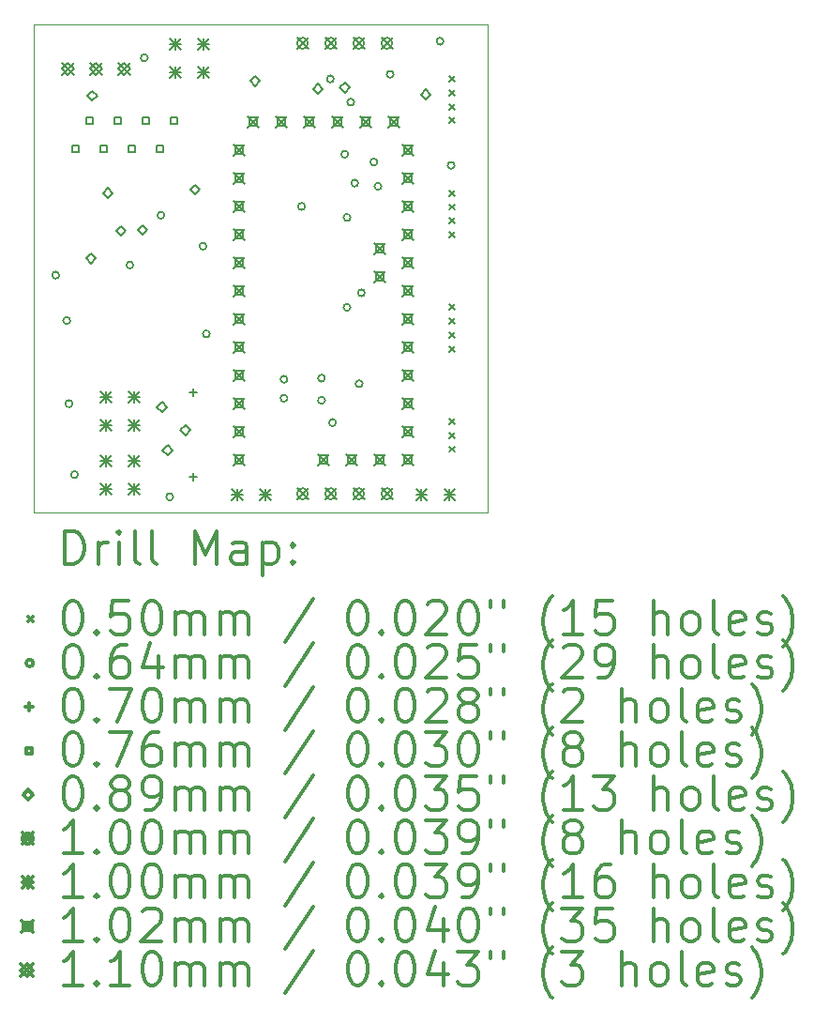
<source format=gbr>
%FSLAX45Y45*%
G04 Gerber Fmt 4.5, Leading zero omitted, Abs format (unit mm)*
G04 Created by KiCad (PCBNEW 5.1.9-73d0e3b20d~88~ubuntu20.04.1) date 2021-04-29 00:32:56*
%MOMM*%
%LPD*%
G01*
G04 APERTURE LIST*
%TA.AperFunction,Profile*%
%ADD10C,0.050000*%
%TD*%
%ADD11C,0.200000*%
%ADD12C,0.300000*%
G04 APERTURE END LIST*
D10*
X9270000Y-12870000D02*
X9270000Y-8470000D01*
X13370000Y-12870000D02*
X9270000Y-12870000D01*
X13370000Y-8470000D02*
X13370000Y-12870000D01*
X9270000Y-8470000D02*
X13370000Y-8470000D01*
D11*
X13025000Y-8935000D02*
X13075000Y-8985000D01*
X13075000Y-8935000D02*
X13025000Y-8985000D01*
X13025000Y-9060000D02*
X13075000Y-9110000D01*
X13075000Y-9060000D02*
X13025000Y-9110000D01*
X13025000Y-9185000D02*
X13075000Y-9235000D01*
X13075000Y-9185000D02*
X13025000Y-9235000D01*
X13025000Y-9310000D02*
X13075000Y-9360000D01*
X13075000Y-9310000D02*
X13025000Y-9360000D01*
X13025000Y-9965000D02*
X13075000Y-10015000D01*
X13075000Y-9965000D02*
X13025000Y-10015000D01*
X13025000Y-10090000D02*
X13075000Y-10140000D01*
X13075000Y-10090000D02*
X13025000Y-10140000D01*
X13025000Y-10215000D02*
X13075000Y-10265000D01*
X13075000Y-10215000D02*
X13025000Y-10265000D01*
X13025000Y-10340000D02*
X13075000Y-10390000D01*
X13075000Y-10340000D02*
X13025000Y-10390000D01*
X13025000Y-10995000D02*
X13075000Y-11045000D01*
X13075000Y-10995000D02*
X13025000Y-11045000D01*
X13025000Y-11120000D02*
X13075000Y-11170000D01*
X13075000Y-11120000D02*
X13025000Y-11170000D01*
X13025000Y-11245000D02*
X13075000Y-11295000D01*
X13075000Y-11245000D02*
X13025000Y-11295000D01*
X13025000Y-11370000D02*
X13075000Y-11420000D01*
X13075000Y-11370000D02*
X13025000Y-11420000D01*
X13025000Y-12025000D02*
X13075000Y-12075000D01*
X13075000Y-12025000D02*
X13025000Y-12075000D01*
X13025000Y-12150000D02*
X13075000Y-12200000D01*
X13075000Y-12150000D02*
X13025000Y-12200000D01*
X13025000Y-12275000D02*
X13075000Y-12325000D01*
X13075000Y-12275000D02*
X13025000Y-12325000D01*
X9501750Y-10730000D02*
G75*
G03*
X9501750Y-10730000I-31750J0D01*
G01*
X9601750Y-11140000D02*
G75*
G03*
X9601750Y-11140000I-31750J0D01*
G01*
X9621750Y-11890000D02*
G75*
G03*
X9621750Y-11890000I-31750J0D01*
G01*
X9671750Y-12530000D02*
G75*
G03*
X9671750Y-12530000I-31750J0D01*
G01*
X10171750Y-10640000D02*
G75*
G03*
X10171750Y-10640000I-31750J0D01*
G01*
X10301750Y-8770000D02*
G75*
G03*
X10301750Y-8770000I-31750J0D01*
G01*
X10451750Y-10190000D02*
G75*
G03*
X10451750Y-10190000I-31750J0D01*
G01*
X10531750Y-12730000D02*
G75*
G03*
X10531750Y-12730000I-31750J0D01*
G01*
X10831750Y-10470000D02*
G75*
G03*
X10831750Y-10470000I-31750J0D01*
G01*
X10861750Y-11260000D02*
G75*
G03*
X10861750Y-11260000I-31750J0D01*
G01*
X11563050Y-11670000D02*
G75*
G03*
X11563050Y-11670000I-31750J0D01*
G01*
X11563050Y-11840910D02*
G75*
G03*
X11563050Y-11840910I-31750J0D01*
G01*
X11721750Y-10110000D02*
G75*
G03*
X11721750Y-10110000I-31750J0D01*
G01*
X11901750Y-11660000D02*
G75*
G03*
X11901750Y-11660000I-31750J0D01*
G01*
X11901750Y-11860000D02*
G75*
G03*
X11901750Y-11860000I-31750J0D01*
G01*
X11981750Y-8960650D02*
G75*
G03*
X11981750Y-8960650I-31750J0D01*
G01*
X12001750Y-12060000D02*
G75*
G03*
X12001750Y-12060000I-31750J0D01*
G01*
X12111750Y-9640000D02*
G75*
G03*
X12111750Y-9640000I-31750J0D01*
G01*
X12131750Y-10210000D02*
G75*
G03*
X12131750Y-10210000I-31750J0D01*
G01*
X12131750Y-11020000D02*
G75*
G03*
X12131750Y-11020000I-31750J0D01*
G01*
X12165481Y-9168954D02*
G75*
G03*
X12165481Y-9168954I-31750J0D01*
G01*
X12201750Y-9900000D02*
G75*
G03*
X12201750Y-9900000I-31750J0D01*
G01*
X12241750Y-11710000D02*
G75*
G03*
X12241750Y-11710000I-31750J0D01*
G01*
X12261750Y-10890000D02*
G75*
G03*
X12261750Y-10890000I-31750J0D01*
G01*
X12375250Y-9710000D02*
G75*
G03*
X12375250Y-9710000I-31750J0D01*
G01*
X12411750Y-9930000D02*
G75*
G03*
X12411750Y-9930000I-31750J0D01*
G01*
X12521750Y-8919350D02*
G75*
G03*
X12521750Y-8919350I-31750J0D01*
G01*
X12971750Y-8620000D02*
G75*
G03*
X12971750Y-8620000I-31750J0D01*
G01*
X13071750Y-9740000D02*
G75*
G03*
X13071750Y-9740000I-31750J0D01*
G01*
X10710000Y-11753000D02*
X10710000Y-11823000D01*
X10675000Y-11788000D02*
X10745000Y-11788000D01*
X10710000Y-12515000D02*
X10710000Y-12585000D01*
X10675000Y-12550000D02*
X10745000Y-12550000D01*
X9676870Y-9616870D02*
X9676870Y-9563130D01*
X9623130Y-9563130D01*
X9623130Y-9616870D01*
X9676870Y-9616870D01*
X9803870Y-9362870D02*
X9803870Y-9309130D01*
X9750130Y-9309130D01*
X9750130Y-9362870D01*
X9803870Y-9362870D01*
X9930870Y-9616870D02*
X9930870Y-9563130D01*
X9877130Y-9563130D01*
X9877130Y-9616870D01*
X9930870Y-9616870D01*
X10057870Y-9362870D02*
X10057870Y-9309130D01*
X10004130Y-9309130D01*
X10004130Y-9362870D01*
X10057870Y-9362870D01*
X10184870Y-9616870D02*
X10184870Y-9563130D01*
X10131130Y-9563130D01*
X10131130Y-9616870D01*
X10184870Y-9616870D01*
X10311870Y-9362870D02*
X10311870Y-9309130D01*
X10258130Y-9309130D01*
X10258130Y-9362870D01*
X10311870Y-9362870D01*
X10438870Y-9616870D02*
X10438870Y-9563130D01*
X10385130Y-9563130D01*
X10385130Y-9616870D01*
X10438870Y-9616870D01*
X10565870Y-9362870D02*
X10565870Y-9309130D01*
X10512130Y-9309130D01*
X10512130Y-9362870D01*
X10565870Y-9362870D01*
X9789650Y-10624450D02*
X9834100Y-10580000D01*
X9789650Y-10535550D01*
X9745200Y-10580000D01*
X9789650Y-10624450D01*
X9800000Y-9154450D02*
X9844450Y-9110000D01*
X9800000Y-9065550D01*
X9755550Y-9110000D01*
X9800000Y-9154450D01*
X9940000Y-10034450D02*
X9984450Y-9990000D01*
X9940000Y-9945550D01*
X9895550Y-9990000D01*
X9940000Y-10034450D01*
X10060000Y-10374450D02*
X10104450Y-10330000D01*
X10060000Y-10285550D01*
X10015550Y-10330000D01*
X10060000Y-10374450D01*
X10254293Y-10368743D02*
X10298743Y-10324293D01*
X10254293Y-10279843D01*
X10209843Y-10324293D01*
X10254293Y-10368743D01*
X10430000Y-11964450D02*
X10474450Y-11920000D01*
X10430000Y-11875550D01*
X10385550Y-11920000D01*
X10430000Y-11964450D01*
X10480000Y-12354450D02*
X10524450Y-12310000D01*
X10480000Y-12265550D01*
X10435550Y-12310000D01*
X10480000Y-12354450D01*
X10640000Y-12174450D02*
X10684450Y-12130000D01*
X10640000Y-12085550D01*
X10595550Y-12130000D01*
X10640000Y-12174450D01*
X10730000Y-10004450D02*
X10774450Y-9960000D01*
X10730000Y-9915550D01*
X10685550Y-9960000D01*
X10730000Y-10004450D01*
X11270000Y-9024450D02*
X11314450Y-8980000D01*
X11270000Y-8935550D01*
X11225550Y-8980000D01*
X11270000Y-9024450D01*
X11835700Y-9094450D02*
X11880150Y-9050000D01*
X11835700Y-9005550D01*
X11791250Y-9050000D01*
X11835700Y-9094450D01*
X12080000Y-9084450D02*
X12124450Y-9040000D01*
X12080000Y-8995550D01*
X12035550Y-9040000D01*
X12080000Y-9084450D01*
X12810000Y-9144450D02*
X12854450Y-9100000D01*
X12810000Y-9055550D01*
X12765550Y-9100000D01*
X12810000Y-9144450D01*
X11649000Y-8588000D02*
X11749000Y-8688000D01*
X11749000Y-8588000D02*
X11649000Y-8688000D01*
X11749000Y-8638000D02*
G75*
G03*
X11749000Y-8638000I-50000J0D01*
G01*
X11649000Y-12652000D02*
X11749000Y-12752000D01*
X11749000Y-12652000D02*
X11649000Y-12752000D01*
X11749000Y-12702000D02*
G75*
G03*
X11749000Y-12702000I-50000J0D01*
G01*
X11903000Y-8588000D02*
X12003000Y-8688000D01*
X12003000Y-8588000D02*
X11903000Y-8688000D01*
X12003000Y-8638000D02*
G75*
G03*
X12003000Y-8638000I-50000J0D01*
G01*
X11903000Y-12652000D02*
X12003000Y-12752000D01*
X12003000Y-12652000D02*
X11903000Y-12752000D01*
X12003000Y-12702000D02*
G75*
G03*
X12003000Y-12702000I-50000J0D01*
G01*
X12157000Y-8588000D02*
X12257000Y-8688000D01*
X12257000Y-8588000D02*
X12157000Y-8688000D01*
X12257000Y-8638000D02*
G75*
G03*
X12257000Y-8638000I-50000J0D01*
G01*
X12157000Y-12652000D02*
X12257000Y-12752000D01*
X12257000Y-12652000D02*
X12157000Y-12752000D01*
X12257000Y-12702000D02*
G75*
G03*
X12257000Y-12702000I-50000J0D01*
G01*
X12411000Y-8588000D02*
X12511000Y-8688000D01*
X12511000Y-8588000D02*
X12411000Y-8688000D01*
X12511000Y-8638000D02*
G75*
G03*
X12511000Y-8638000I-50000J0D01*
G01*
X12411000Y-12652000D02*
X12511000Y-12752000D01*
X12511000Y-12652000D02*
X12411000Y-12752000D01*
X12511000Y-12702000D02*
G75*
G03*
X12511000Y-12702000I-50000J0D01*
G01*
X9872962Y-11782962D02*
X9973038Y-11883038D01*
X9973038Y-11782962D02*
X9872962Y-11883038D01*
X9923000Y-11782962D02*
X9923000Y-11883038D01*
X9872962Y-11833000D02*
X9973038Y-11833000D01*
X9872962Y-12036962D02*
X9973038Y-12137038D01*
X9973038Y-12036962D02*
X9872962Y-12137038D01*
X9923000Y-12036962D02*
X9923000Y-12137038D01*
X9872962Y-12087000D02*
X9973038Y-12087000D01*
X9872962Y-12352962D02*
X9973038Y-12453038D01*
X9973038Y-12352962D02*
X9872962Y-12453038D01*
X9923000Y-12352962D02*
X9923000Y-12453038D01*
X9872962Y-12403000D02*
X9973038Y-12403000D01*
X9872962Y-12606962D02*
X9973038Y-12707038D01*
X9973038Y-12606962D02*
X9872962Y-12707038D01*
X9923000Y-12606962D02*
X9923000Y-12707038D01*
X9872962Y-12657000D02*
X9973038Y-12657000D01*
X10126962Y-11782962D02*
X10227038Y-11883038D01*
X10227038Y-11782962D02*
X10126962Y-11883038D01*
X10177000Y-11782962D02*
X10177000Y-11883038D01*
X10126962Y-11833000D02*
X10227038Y-11833000D01*
X10126962Y-12036962D02*
X10227038Y-12137038D01*
X10227038Y-12036962D02*
X10126962Y-12137038D01*
X10177000Y-12036962D02*
X10177000Y-12137038D01*
X10126962Y-12087000D02*
X10227038Y-12087000D01*
X10126962Y-12352962D02*
X10227038Y-12453038D01*
X10227038Y-12352962D02*
X10126962Y-12453038D01*
X10177000Y-12352962D02*
X10177000Y-12453038D01*
X10126962Y-12403000D02*
X10227038Y-12403000D01*
X10126962Y-12606962D02*
X10227038Y-12707038D01*
X10227038Y-12606962D02*
X10126962Y-12707038D01*
X10177000Y-12606962D02*
X10177000Y-12707038D01*
X10126962Y-12657000D02*
X10227038Y-12657000D01*
X10502962Y-8592962D02*
X10603038Y-8693038D01*
X10603038Y-8592962D02*
X10502962Y-8693038D01*
X10553000Y-8592962D02*
X10553000Y-8693038D01*
X10502962Y-8643000D02*
X10603038Y-8643000D01*
X10502962Y-8846962D02*
X10603038Y-8947038D01*
X10603038Y-8846962D02*
X10502962Y-8947038D01*
X10553000Y-8846962D02*
X10553000Y-8947038D01*
X10502962Y-8897000D02*
X10603038Y-8897000D01*
X10756962Y-8592962D02*
X10857038Y-8693038D01*
X10857038Y-8592962D02*
X10756962Y-8693038D01*
X10807000Y-8592962D02*
X10807000Y-8693038D01*
X10756962Y-8643000D02*
X10857038Y-8643000D01*
X10756962Y-8846962D02*
X10857038Y-8947038D01*
X10857038Y-8846962D02*
X10756962Y-8947038D01*
X10807000Y-8846962D02*
X10807000Y-8947038D01*
X10756962Y-8897000D02*
X10857038Y-8897000D01*
X11062962Y-12659962D02*
X11163038Y-12760038D01*
X11163038Y-12659962D02*
X11062962Y-12760038D01*
X11113000Y-12659962D02*
X11113000Y-12760038D01*
X11062962Y-12710000D02*
X11163038Y-12710000D01*
X11316962Y-12659962D02*
X11417038Y-12760038D01*
X11417038Y-12659962D02*
X11316962Y-12760038D01*
X11367000Y-12659962D02*
X11367000Y-12760038D01*
X11316962Y-12710000D02*
X11417038Y-12710000D01*
X12722962Y-12659962D02*
X12823038Y-12760038D01*
X12823038Y-12659962D02*
X12722962Y-12760038D01*
X12773000Y-12659962D02*
X12773000Y-12760038D01*
X12722962Y-12710000D02*
X12823038Y-12710000D01*
X12976962Y-12659962D02*
X13077038Y-12760038D01*
X13077038Y-12659962D02*
X12976962Y-12760038D01*
X13027000Y-12659962D02*
X13027000Y-12760038D01*
X12976962Y-12710000D02*
X13077038Y-12710000D01*
X11077200Y-9549200D02*
X11178800Y-9650800D01*
X11178800Y-9549200D02*
X11077200Y-9650800D01*
X11163921Y-9635921D02*
X11163921Y-9564079D01*
X11092079Y-9564079D01*
X11092079Y-9635921D01*
X11163921Y-9635921D01*
X11077200Y-9803200D02*
X11178800Y-9904800D01*
X11178800Y-9803200D02*
X11077200Y-9904800D01*
X11163921Y-9889921D02*
X11163921Y-9818079D01*
X11092079Y-9818079D01*
X11092079Y-9889921D01*
X11163921Y-9889921D01*
X11077200Y-10057200D02*
X11178800Y-10158800D01*
X11178800Y-10057200D02*
X11077200Y-10158800D01*
X11163921Y-10143921D02*
X11163921Y-10072079D01*
X11092079Y-10072079D01*
X11092079Y-10143921D01*
X11163921Y-10143921D01*
X11077200Y-10311200D02*
X11178800Y-10412800D01*
X11178800Y-10311200D02*
X11077200Y-10412800D01*
X11163921Y-10397921D02*
X11163921Y-10326079D01*
X11092079Y-10326079D01*
X11092079Y-10397921D01*
X11163921Y-10397921D01*
X11077200Y-10565200D02*
X11178800Y-10666800D01*
X11178800Y-10565200D02*
X11077200Y-10666800D01*
X11163921Y-10651921D02*
X11163921Y-10580079D01*
X11092079Y-10580079D01*
X11092079Y-10651921D01*
X11163921Y-10651921D01*
X11077200Y-10819200D02*
X11178800Y-10920800D01*
X11178800Y-10819200D02*
X11077200Y-10920800D01*
X11163921Y-10905921D02*
X11163921Y-10834079D01*
X11092079Y-10834079D01*
X11092079Y-10905921D01*
X11163921Y-10905921D01*
X11077200Y-11073200D02*
X11178800Y-11174800D01*
X11178800Y-11073200D02*
X11077200Y-11174800D01*
X11163921Y-11159921D02*
X11163921Y-11088079D01*
X11092079Y-11088079D01*
X11092079Y-11159921D01*
X11163921Y-11159921D01*
X11077200Y-11327200D02*
X11178800Y-11428800D01*
X11178800Y-11327200D02*
X11077200Y-11428800D01*
X11163921Y-11413921D02*
X11163921Y-11342079D01*
X11092079Y-11342079D01*
X11092079Y-11413921D01*
X11163921Y-11413921D01*
X11077200Y-11581200D02*
X11178800Y-11682800D01*
X11178800Y-11581200D02*
X11077200Y-11682800D01*
X11163921Y-11667921D02*
X11163921Y-11596079D01*
X11092079Y-11596079D01*
X11092079Y-11667921D01*
X11163921Y-11667921D01*
X11077200Y-11835200D02*
X11178800Y-11936800D01*
X11178800Y-11835200D02*
X11077200Y-11936800D01*
X11163921Y-11921921D02*
X11163921Y-11850079D01*
X11092079Y-11850079D01*
X11092079Y-11921921D01*
X11163921Y-11921921D01*
X11077200Y-12089200D02*
X11178800Y-12190800D01*
X11178800Y-12089200D02*
X11077200Y-12190800D01*
X11163921Y-12175921D02*
X11163921Y-12104079D01*
X11092079Y-12104079D01*
X11092079Y-12175921D01*
X11163921Y-12175921D01*
X11077200Y-12343200D02*
X11178800Y-12444800D01*
X11178800Y-12343200D02*
X11077200Y-12444800D01*
X11163921Y-12429921D02*
X11163921Y-12358079D01*
X11092079Y-12358079D01*
X11092079Y-12429921D01*
X11163921Y-12429921D01*
X11204200Y-9295200D02*
X11305800Y-9396800D01*
X11305800Y-9295200D02*
X11204200Y-9396800D01*
X11290921Y-9381921D02*
X11290921Y-9310079D01*
X11219079Y-9310079D01*
X11219079Y-9381921D01*
X11290921Y-9381921D01*
X11458200Y-9295200D02*
X11559800Y-9396800D01*
X11559800Y-9295200D02*
X11458200Y-9396800D01*
X11544921Y-9381921D02*
X11544921Y-9310079D01*
X11473079Y-9310079D01*
X11473079Y-9381921D01*
X11544921Y-9381921D01*
X11712200Y-9295200D02*
X11813800Y-9396800D01*
X11813800Y-9295200D02*
X11712200Y-9396800D01*
X11798921Y-9381921D02*
X11798921Y-9310079D01*
X11727079Y-9310079D01*
X11727079Y-9381921D01*
X11798921Y-9381921D01*
X11839200Y-12343200D02*
X11940800Y-12444800D01*
X11940800Y-12343200D02*
X11839200Y-12444800D01*
X11925921Y-12429921D02*
X11925921Y-12358079D01*
X11854079Y-12358079D01*
X11854079Y-12429921D01*
X11925921Y-12429921D01*
X11966200Y-9295200D02*
X12067800Y-9396800D01*
X12067800Y-9295200D02*
X11966200Y-9396800D01*
X12052921Y-9381921D02*
X12052921Y-9310079D01*
X11981079Y-9310079D01*
X11981079Y-9381921D01*
X12052921Y-9381921D01*
X12093200Y-12343200D02*
X12194800Y-12444800D01*
X12194800Y-12343200D02*
X12093200Y-12444800D01*
X12179921Y-12429921D02*
X12179921Y-12358079D01*
X12108079Y-12358079D01*
X12108079Y-12429921D01*
X12179921Y-12429921D01*
X12220200Y-9295200D02*
X12321800Y-9396800D01*
X12321800Y-9295200D02*
X12220200Y-9396800D01*
X12306921Y-9381921D02*
X12306921Y-9310079D01*
X12235079Y-9310079D01*
X12235079Y-9381921D01*
X12306921Y-9381921D01*
X12347200Y-10438200D02*
X12448800Y-10539800D01*
X12448800Y-10438200D02*
X12347200Y-10539800D01*
X12433921Y-10524921D02*
X12433921Y-10453079D01*
X12362079Y-10453079D01*
X12362079Y-10524921D01*
X12433921Y-10524921D01*
X12347200Y-10692200D02*
X12448800Y-10793800D01*
X12448800Y-10692200D02*
X12347200Y-10793800D01*
X12433921Y-10778921D02*
X12433921Y-10707079D01*
X12362079Y-10707079D01*
X12362079Y-10778921D01*
X12433921Y-10778921D01*
X12347200Y-12343200D02*
X12448800Y-12444800D01*
X12448800Y-12343200D02*
X12347200Y-12444800D01*
X12433921Y-12429921D02*
X12433921Y-12358079D01*
X12362079Y-12358079D01*
X12362079Y-12429921D01*
X12433921Y-12429921D01*
X12474200Y-9295200D02*
X12575800Y-9396800D01*
X12575800Y-9295200D02*
X12474200Y-9396800D01*
X12560921Y-9381921D02*
X12560921Y-9310079D01*
X12489079Y-9310079D01*
X12489079Y-9381921D01*
X12560921Y-9381921D01*
X12601200Y-9549200D02*
X12702800Y-9650800D01*
X12702800Y-9549200D02*
X12601200Y-9650800D01*
X12687921Y-9635921D02*
X12687921Y-9564079D01*
X12616079Y-9564079D01*
X12616079Y-9635921D01*
X12687921Y-9635921D01*
X12601200Y-9803200D02*
X12702800Y-9904800D01*
X12702800Y-9803200D02*
X12601200Y-9904800D01*
X12687921Y-9889921D02*
X12687921Y-9818079D01*
X12616079Y-9818079D01*
X12616079Y-9889921D01*
X12687921Y-9889921D01*
X12601200Y-10057200D02*
X12702800Y-10158800D01*
X12702800Y-10057200D02*
X12601200Y-10158800D01*
X12687921Y-10143921D02*
X12687921Y-10072079D01*
X12616079Y-10072079D01*
X12616079Y-10143921D01*
X12687921Y-10143921D01*
X12601200Y-10311200D02*
X12702800Y-10412800D01*
X12702800Y-10311200D02*
X12601200Y-10412800D01*
X12687921Y-10397921D02*
X12687921Y-10326079D01*
X12616079Y-10326079D01*
X12616079Y-10397921D01*
X12687921Y-10397921D01*
X12601200Y-10565200D02*
X12702800Y-10666800D01*
X12702800Y-10565200D02*
X12601200Y-10666800D01*
X12687921Y-10651921D02*
X12687921Y-10580079D01*
X12616079Y-10580079D01*
X12616079Y-10651921D01*
X12687921Y-10651921D01*
X12601200Y-10819200D02*
X12702800Y-10920800D01*
X12702800Y-10819200D02*
X12601200Y-10920800D01*
X12687921Y-10905921D02*
X12687921Y-10834079D01*
X12616079Y-10834079D01*
X12616079Y-10905921D01*
X12687921Y-10905921D01*
X12601200Y-11073200D02*
X12702800Y-11174800D01*
X12702800Y-11073200D02*
X12601200Y-11174800D01*
X12687921Y-11159921D02*
X12687921Y-11088079D01*
X12616079Y-11088079D01*
X12616079Y-11159921D01*
X12687921Y-11159921D01*
X12601200Y-11327200D02*
X12702800Y-11428800D01*
X12702800Y-11327200D02*
X12601200Y-11428800D01*
X12687921Y-11413921D02*
X12687921Y-11342079D01*
X12616079Y-11342079D01*
X12616079Y-11413921D01*
X12687921Y-11413921D01*
X12601200Y-11581200D02*
X12702800Y-11682800D01*
X12702800Y-11581200D02*
X12601200Y-11682800D01*
X12687921Y-11667921D02*
X12687921Y-11596079D01*
X12616079Y-11596079D01*
X12616079Y-11667921D01*
X12687921Y-11667921D01*
X12601200Y-11835200D02*
X12702800Y-11936800D01*
X12702800Y-11835200D02*
X12601200Y-11936800D01*
X12687921Y-11921921D02*
X12687921Y-11850079D01*
X12616079Y-11850079D01*
X12616079Y-11921921D01*
X12687921Y-11921921D01*
X12601200Y-12089200D02*
X12702800Y-12190800D01*
X12702800Y-12089200D02*
X12601200Y-12190800D01*
X12687921Y-12175921D02*
X12687921Y-12104079D01*
X12616079Y-12104079D01*
X12616079Y-12175921D01*
X12687921Y-12175921D01*
X12601200Y-12343200D02*
X12702800Y-12444800D01*
X12702800Y-12343200D02*
X12601200Y-12444800D01*
X12687921Y-12429921D02*
X12687921Y-12358079D01*
X12616079Y-12358079D01*
X12616079Y-12429921D01*
X12687921Y-12429921D01*
X9525000Y-8815000D02*
X9635000Y-8925000D01*
X9635000Y-8815000D02*
X9525000Y-8925000D01*
X9580000Y-8925000D02*
X9635000Y-8870000D01*
X9580000Y-8815000D01*
X9525000Y-8870000D01*
X9580000Y-8925000D01*
X9779000Y-8815000D02*
X9889000Y-8925000D01*
X9889000Y-8815000D02*
X9779000Y-8925000D01*
X9834000Y-8925000D02*
X9889000Y-8870000D01*
X9834000Y-8815000D01*
X9779000Y-8870000D01*
X9834000Y-8925000D01*
X10033000Y-8815000D02*
X10143000Y-8925000D01*
X10143000Y-8815000D02*
X10033000Y-8925000D01*
X10088000Y-8925000D02*
X10143000Y-8870000D01*
X10088000Y-8815000D01*
X10033000Y-8870000D01*
X10088000Y-8925000D01*
D12*
X9553928Y-13338214D02*
X9553928Y-13038214D01*
X9625357Y-13038214D01*
X9668214Y-13052500D01*
X9696786Y-13081071D01*
X9711071Y-13109643D01*
X9725357Y-13166786D01*
X9725357Y-13209643D01*
X9711071Y-13266786D01*
X9696786Y-13295357D01*
X9668214Y-13323929D01*
X9625357Y-13338214D01*
X9553928Y-13338214D01*
X9853928Y-13338214D02*
X9853928Y-13138214D01*
X9853928Y-13195357D02*
X9868214Y-13166786D01*
X9882500Y-13152500D01*
X9911071Y-13138214D01*
X9939643Y-13138214D01*
X10039643Y-13338214D02*
X10039643Y-13138214D01*
X10039643Y-13038214D02*
X10025357Y-13052500D01*
X10039643Y-13066786D01*
X10053928Y-13052500D01*
X10039643Y-13038214D01*
X10039643Y-13066786D01*
X10225357Y-13338214D02*
X10196786Y-13323929D01*
X10182500Y-13295357D01*
X10182500Y-13038214D01*
X10382500Y-13338214D02*
X10353928Y-13323929D01*
X10339643Y-13295357D01*
X10339643Y-13038214D01*
X10725357Y-13338214D02*
X10725357Y-13038214D01*
X10825357Y-13252500D01*
X10925357Y-13038214D01*
X10925357Y-13338214D01*
X11196786Y-13338214D02*
X11196786Y-13181071D01*
X11182500Y-13152500D01*
X11153928Y-13138214D01*
X11096786Y-13138214D01*
X11068214Y-13152500D01*
X11196786Y-13323929D02*
X11168214Y-13338214D01*
X11096786Y-13338214D01*
X11068214Y-13323929D01*
X11053928Y-13295357D01*
X11053928Y-13266786D01*
X11068214Y-13238214D01*
X11096786Y-13223929D01*
X11168214Y-13223929D01*
X11196786Y-13209643D01*
X11339643Y-13138214D02*
X11339643Y-13438214D01*
X11339643Y-13152500D02*
X11368214Y-13138214D01*
X11425357Y-13138214D01*
X11453928Y-13152500D01*
X11468214Y-13166786D01*
X11482500Y-13195357D01*
X11482500Y-13281071D01*
X11468214Y-13309643D01*
X11453928Y-13323929D01*
X11425357Y-13338214D01*
X11368214Y-13338214D01*
X11339643Y-13323929D01*
X11611071Y-13309643D02*
X11625357Y-13323929D01*
X11611071Y-13338214D01*
X11596786Y-13323929D01*
X11611071Y-13309643D01*
X11611071Y-13338214D01*
X11611071Y-13152500D02*
X11625357Y-13166786D01*
X11611071Y-13181071D01*
X11596786Y-13166786D01*
X11611071Y-13152500D01*
X11611071Y-13181071D01*
X9217500Y-13807500D02*
X9267500Y-13857500D01*
X9267500Y-13807500D02*
X9217500Y-13857500D01*
X9611071Y-13668214D02*
X9639643Y-13668214D01*
X9668214Y-13682500D01*
X9682500Y-13696786D01*
X9696786Y-13725357D01*
X9711071Y-13782500D01*
X9711071Y-13853929D01*
X9696786Y-13911071D01*
X9682500Y-13939643D01*
X9668214Y-13953929D01*
X9639643Y-13968214D01*
X9611071Y-13968214D01*
X9582500Y-13953929D01*
X9568214Y-13939643D01*
X9553928Y-13911071D01*
X9539643Y-13853929D01*
X9539643Y-13782500D01*
X9553928Y-13725357D01*
X9568214Y-13696786D01*
X9582500Y-13682500D01*
X9611071Y-13668214D01*
X9839643Y-13939643D02*
X9853928Y-13953929D01*
X9839643Y-13968214D01*
X9825357Y-13953929D01*
X9839643Y-13939643D01*
X9839643Y-13968214D01*
X10125357Y-13668214D02*
X9982500Y-13668214D01*
X9968214Y-13811071D01*
X9982500Y-13796786D01*
X10011071Y-13782500D01*
X10082500Y-13782500D01*
X10111071Y-13796786D01*
X10125357Y-13811071D01*
X10139643Y-13839643D01*
X10139643Y-13911071D01*
X10125357Y-13939643D01*
X10111071Y-13953929D01*
X10082500Y-13968214D01*
X10011071Y-13968214D01*
X9982500Y-13953929D01*
X9968214Y-13939643D01*
X10325357Y-13668214D02*
X10353928Y-13668214D01*
X10382500Y-13682500D01*
X10396786Y-13696786D01*
X10411071Y-13725357D01*
X10425357Y-13782500D01*
X10425357Y-13853929D01*
X10411071Y-13911071D01*
X10396786Y-13939643D01*
X10382500Y-13953929D01*
X10353928Y-13968214D01*
X10325357Y-13968214D01*
X10296786Y-13953929D01*
X10282500Y-13939643D01*
X10268214Y-13911071D01*
X10253928Y-13853929D01*
X10253928Y-13782500D01*
X10268214Y-13725357D01*
X10282500Y-13696786D01*
X10296786Y-13682500D01*
X10325357Y-13668214D01*
X10553928Y-13968214D02*
X10553928Y-13768214D01*
X10553928Y-13796786D02*
X10568214Y-13782500D01*
X10596786Y-13768214D01*
X10639643Y-13768214D01*
X10668214Y-13782500D01*
X10682500Y-13811071D01*
X10682500Y-13968214D01*
X10682500Y-13811071D02*
X10696786Y-13782500D01*
X10725357Y-13768214D01*
X10768214Y-13768214D01*
X10796786Y-13782500D01*
X10811071Y-13811071D01*
X10811071Y-13968214D01*
X10953928Y-13968214D02*
X10953928Y-13768214D01*
X10953928Y-13796786D02*
X10968214Y-13782500D01*
X10996786Y-13768214D01*
X11039643Y-13768214D01*
X11068214Y-13782500D01*
X11082500Y-13811071D01*
X11082500Y-13968214D01*
X11082500Y-13811071D02*
X11096786Y-13782500D01*
X11125357Y-13768214D01*
X11168214Y-13768214D01*
X11196786Y-13782500D01*
X11211071Y-13811071D01*
X11211071Y-13968214D01*
X11796786Y-13653929D02*
X11539643Y-14039643D01*
X12182500Y-13668214D02*
X12211071Y-13668214D01*
X12239643Y-13682500D01*
X12253928Y-13696786D01*
X12268214Y-13725357D01*
X12282500Y-13782500D01*
X12282500Y-13853929D01*
X12268214Y-13911071D01*
X12253928Y-13939643D01*
X12239643Y-13953929D01*
X12211071Y-13968214D01*
X12182500Y-13968214D01*
X12153928Y-13953929D01*
X12139643Y-13939643D01*
X12125357Y-13911071D01*
X12111071Y-13853929D01*
X12111071Y-13782500D01*
X12125357Y-13725357D01*
X12139643Y-13696786D01*
X12153928Y-13682500D01*
X12182500Y-13668214D01*
X12411071Y-13939643D02*
X12425357Y-13953929D01*
X12411071Y-13968214D01*
X12396786Y-13953929D01*
X12411071Y-13939643D01*
X12411071Y-13968214D01*
X12611071Y-13668214D02*
X12639643Y-13668214D01*
X12668214Y-13682500D01*
X12682500Y-13696786D01*
X12696786Y-13725357D01*
X12711071Y-13782500D01*
X12711071Y-13853929D01*
X12696786Y-13911071D01*
X12682500Y-13939643D01*
X12668214Y-13953929D01*
X12639643Y-13968214D01*
X12611071Y-13968214D01*
X12582500Y-13953929D01*
X12568214Y-13939643D01*
X12553928Y-13911071D01*
X12539643Y-13853929D01*
X12539643Y-13782500D01*
X12553928Y-13725357D01*
X12568214Y-13696786D01*
X12582500Y-13682500D01*
X12611071Y-13668214D01*
X12825357Y-13696786D02*
X12839643Y-13682500D01*
X12868214Y-13668214D01*
X12939643Y-13668214D01*
X12968214Y-13682500D01*
X12982500Y-13696786D01*
X12996786Y-13725357D01*
X12996786Y-13753929D01*
X12982500Y-13796786D01*
X12811071Y-13968214D01*
X12996786Y-13968214D01*
X13182500Y-13668214D02*
X13211071Y-13668214D01*
X13239643Y-13682500D01*
X13253928Y-13696786D01*
X13268214Y-13725357D01*
X13282500Y-13782500D01*
X13282500Y-13853929D01*
X13268214Y-13911071D01*
X13253928Y-13939643D01*
X13239643Y-13953929D01*
X13211071Y-13968214D01*
X13182500Y-13968214D01*
X13153928Y-13953929D01*
X13139643Y-13939643D01*
X13125357Y-13911071D01*
X13111071Y-13853929D01*
X13111071Y-13782500D01*
X13125357Y-13725357D01*
X13139643Y-13696786D01*
X13153928Y-13682500D01*
X13182500Y-13668214D01*
X13396786Y-13668214D02*
X13396786Y-13725357D01*
X13511071Y-13668214D02*
X13511071Y-13725357D01*
X13953928Y-14082500D02*
X13939643Y-14068214D01*
X13911071Y-14025357D01*
X13896786Y-13996786D01*
X13882500Y-13953929D01*
X13868214Y-13882500D01*
X13868214Y-13825357D01*
X13882500Y-13753929D01*
X13896786Y-13711071D01*
X13911071Y-13682500D01*
X13939643Y-13639643D01*
X13953928Y-13625357D01*
X14225357Y-13968214D02*
X14053928Y-13968214D01*
X14139643Y-13968214D02*
X14139643Y-13668214D01*
X14111071Y-13711071D01*
X14082500Y-13739643D01*
X14053928Y-13753929D01*
X14496786Y-13668214D02*
X14353928Y-13668214D01*
X14339643Y-13811071D01*
X14353928Y-13796786D01*
X14382500Y-13782500D01*
X14453928Y-13782500D01*
X14482500Y-13796786D01*
X14496786Y-13811071D01*
X14511071Y-13839643D01*
X14511071Y-13911071D01*
X14496786Y-13939643D01*
X14482500Y-13953929D01*
X14453928Y-13968214D01*
X14382500Y-13968214D01*
X14353928Y-13953929D01*
X14339643Y-13939643D01*
X14868214Y-13968214D02*
X14868214Y-13668214D01*
X14996786Y-13968214D02*
X14996786Y-13811071D01*
X14982500Y-13782500D01*
X14953928Y-13768214D01*
X14911071Y-13768214D01*
X14882500Y-13782500D01*
X14868214Y-13796786D01*
X15182500Y-13968214D02*
X15153928Y-13953929D01*
X15139643Y-13939643D01*
X15125357Y-13911071D01*
X15125357Y-13825357D01*
X15139643Y-13796786D01*
X15153928Y-13782500D01*
X15182500Y-13768214D01*
X15225357Y-13768214D01*
X15253928Y-13782500D01*
X15268214Y-13796786D01*
X15282500Y-13825357D01*
X15282500Y-13911071D01*
X15268214Y-13939643D01*
X15253928Y-13953929D01*
X15225357Y-13968214D01*
X15182500Y-13968214D01*
X15453928Y-13968214D02*
X15425357Y-13953929D01*
X15411071Y-13925357D01*
X15411071Y-13668214D01*
X15682500Y-13953929D02*
X15653928Y-13968214D01*
X15596786Y-13968214D01*
X15568214Y-13953929D01*
X15553928Y-13925357D01*
X15553928Y-13811071D01*
X15568214Y-13782500D01*
X15596786Y-13768214D01*
X15653928Y-13768214D01*
X15682500Y-13782500D01*
X15696786Y-13811071D01*
X15696786Y-13839643D01*
X15553928Y-13868214D01*
X15811071Y-13953929D02*
X15839643Y-13968214D01*
X15896786Y-13968214D01*
X15925357Y-13953929D01*
X15939643Y-13925357D01*
X15939643Y-13911071D01*
X15925357Y-13882500D01*
X15896786Y-13868214D01*
X15853928Y-13868214D01*
X15825357Y-13853929D01*
X15811071Y-13825357D01*
X15811071Y-13811071D01*
X15825357Y-13782500D01*
X15853928Y-13768214D01*
X15896786Y-13768214D01*
X15925357Y-13782500D01*
X16039643Y-14082500D02*
X16053928Y-14068214D01*
X16082500Y-14025357D01*
X16096786Y-13996786D01*
X16111071Y-13953929D01*
X16125357Y-13882500D01*
X16125357Y-13825357D01*
X16111071Y-13753929D01*
X16096786Y-13711071D01*
X16082500Y-13682500D01*
X16053928Y-13639643D01*
X16039643Y-13625357D01*
X9267500Y-14228500D02*
G75*
G03*
X9267500Y-14228500I-31750J0D01*
G01*
X9611071Y-14064214D02*
X9639643Y-14064214D01*
X9668214Y-14078500D01*
X9682500Y-14092786D01*
X9696786Y-14121357D01*
X9711071Y-14178500D01*
X9711071Y-14249929D01*
X9696786Y-14307071D01*
X9682500Y-14335643D01*
X9668214Y-14349929D01*
X9639643Y-14364214D01*
X9611071Y-14364214D01*
X9582500Y-14349929D01*
X9568214Y-14335643D01*
X9553928Y-14307071D01*
X9539643Y-14249929D01*
X9539643Y-14178500D01*
X9553928Y-14121357D01*
X9568214Y-14092786D01*
X9582500Y-14078500D01*
X9611071Y-14064214D01*
X9839643Y-14335643D02*
X9853928Y-14349929D01*
X9839643Y-14364214D01*
X9825357Y-14349929D01*
X9839643Y-14335643D01*
X9839643Y-14364214D01*
X10111071Y-14064214D02*
X10053928Y-14064214D01*
X10025357Y-14078500D01*
X10011071Y-14092786D01*
X9982500Y-14135643D01*
X9968214Y-14192786D01*
X9968214Y-14307071D01*
X9982500Y-14335643D01*
X9996786Y-14349929D01*
X10025357Y-14364214D01*
X10082500Y-14364214D01*
X10111071Y-14349929D01*
X10125357Y-14335643D01*
X10139643Y-14307071D01*
X10139643Y-14235643D01*
X10125357Y-14207071D01*
X10111071Y-14192786D01*
X10082500Y-14178500D01*
X10025357Y-14178500D01*
X9996786Y-14192786D01*
X9982500Y-14207071D01*
X9968214Y-14235643D01*
X10396786Y-14164214D02*
X10396786Y-14364214D01*
X10325357Y-14049929D02*
X10253928Y-14264214D01*
X10439643Y-14264214D01*
X10553928Y-14364214D02*
X10553928Y-14164214D01*
X10553928Y-14192786D02*
X10568214Y-14178500D01*
X10596786Y-14164214D01*
X10639643Y-14164214D01*
X10668214Y-14178500D01*
X10682500Y-14207071D01*
X10682500Y-14364214D01*
X10682500Y-14207071D02*
X10696786Y-14178500D01*
X10725357Y-14164214D01*
X10768214Y-14164214D01*
X10796786Y-14178500D01*
X10811071Y-14207071D01*
X10811071Y-14364214D01*
X10953928Y-14364214D02*
X10953928Y-14164214D01*
X10953928Y-14192786D02*
X10968214Y-14178500D01*
X10996786Y-14164214D01*
X11039643Y-14164214D01*
X11068214Y-14178500D01*
X11082500Y-14207071D01*
X11082500Y-14364214D01*
X11082500Y-14207071D02*
X11096786Y-14178500D01*
X11125357Y-14164214D01*
X11168214Y-14164214D01*
X11196786Y-14178500D01*
X11211071Y-14207071D01*
X11211071Y-14364214D01*
X11796786Y-14049929D02*
X11539643Y-14435643D01*
X12182500Y-14064214D02*
X12211071Y-14064214D01*
X12239643Y-14078500D01*
X12253928Y-14092786D01*
X12268214Y-14121357D01*
X12282500Y-14178500D01*
X12282500Y-14249929D01*
X12268214Y-14307071D01*
X12253928Y-14335643D01*
X12239643Y-14349929D01*
X12211071Y-14364214D01*
X12182500Y-14364214D01*
X12153928Y-14349929D01*
X12139643Y-14335643D01*
X12125357Y-14307071D01*
X12111071Y-14249929D01*
X12111071Y-14178500D01*
X12125357Y-14121357D01*
X12139643Y-14092786D01*
X12153928Y-14078500D01*
X12182500Y-14064214D01*
X12411071Y-14335643D02*
X12425357Y-14349929D01*
X12411071Y-14364214D01*
X12396786Y-14349929D01*
X12411071Y-14335643D01*
X12411071Y-14364214D01*
X12611071Y-14064214D02*
X12639643Y-14064214D01*
X12668214Y-14078500D01*
X12682500Y-14092786D01*
X12696786Y-14121357D01*
X12711071Y-14178500D01*
X12711071Y-14249929D01*
X12696786Y-14307071D01*
X12682500Y-14335643D01*
X12668214Y-14349929D01*
X12639643Y-14364214D01*
X12611071Y-14364214D01*
X12582500Y-14349929D01*
X12568214Y-14335643D01*
X12553928Y-14307071D01*
X12539643Y-14249929D01*
X12539643Y-14178500D01*
X12553928Y-14121357D01*
X12568214Y-14092786D01*
X12582500Y-14078500D01*
X12611071Y-14064214D01*
X12825357Y-14092786D02*
X12839643Y-14078500D01*
X12868214Y-14064214D01*
X12939643Y-14064214D01*
X12968214Y-14078500D01*
X12982500Y-14092786D01*
X12996786Y-14121357D01*
X12996786Y-14149929D01*
X12982500Y-14192786D01*
X12811071Y-14364214D01*
X12996786Y-14364214D01*
X13268214Y-14064214D02*
X13125357Y-14064214D01*
X13111071Y-14207071D01*
X13125357Y-14192786D01*
X13153928Y-14178500D01*
X13225357Y-14178500D01*
X13253928Y-14192786D01*
X13268214Y-14207071D01*
X13282500Y-14235643D01*
X13282500Y-14307071D01*
X13268214Y-14335643D01*
X13253928Y-14349929D01*
X13225357Y-14364214D01*
X13153928Y-14364214D01*
X13125357Y-14349929D01*
X13111071Y-14335643D01*
X13396786Y-14064214D02*
X13396786Y-14121357D01*
X13511071Y-14064214D02*
X13511071Y-14121357D01*
X13953928Y-14478500D02*
X13939643Y-14464214D01*
X13911071Y-14421357D01*
X13896786Y-14392786D01*
X13882500Y-14349929D01*
X13868214Y-14278500D01*
X13868214Y-14221357D01*
X13882500Y-14149929D01*
X13896786Y-14107071D01*
X13911071Y-14078500D01*
X13939643Y-14035643D01*
X13953928Y-14021357D01*
X14053928Y-14092786D02*
X14068214Y-14078500D01*
X14096786Y-14064214D01*
X14168214Y-14064214D01*
X14196786Y-14078500D01*
X14211071Y-14092786D01*
X14225357Y-14121357D01*
X14225357Y-14149929D01*
X14211071Y-14192786D01*
X14039643Y-14364214D01*
X14225357Y-14364214D01*
X14368214Y-14364214D02*
X14425357Y-14364214D01*
X14453928Y-14349929D01*
X14468214Y-14335643D01*
X14496786Y-14292786D01*
X14511071Y-14235643D01*
X14511071Y-14121357D01*
X14496786Y-14092786D01*
X14482500Y-14078500D01*
X14453928Y-14064214D01*
X14396786Y-14064214D01*
X14368214Y-14078500D01*
X14353928Y-14092786D01*
X14339643Y-14121357D01*
X14339643Y-14192786D01*
X14353928Y-14221357D01*
X14368214Y-14235643D01*
X14396786Y-14249929D01*
X14453928Y-14249929D01*
X14482500Y-14235643D01*
X14496786Y-14221357D01*
X14511071Y-14192786D01*
X14868214Y-14364214D02*
X14868214Y-14064214D01*
X14996786Y-14364214D02*
X14996786Y-14207071D01*
X14982500Y-14178500D01*
X14953928Y-14164214D01*
X14911071Y-14164214D01*
X14882500Y-14178500D01*
X14868214Y-14192786D01*
X15182500Y-14364214D02*
X15153928Y-14349929D01*
X15139643Y-14335643D01*
X15125357Y-14307071D01*
X15125357Y-14221357D01*
X15139643Y-14192786D01*
X15153928Y-14178500D01*
X15182500Y-14164214D01*
X15225357Y-14164214D01*
X15253928Y-14178500D01*
X15268214Y-14192786D01*
X15282500Y-14221357D01*
X15282500Y-14307071D01*
X15268214Y-14335643D01*
X15253928Y-14349929D01*
X15225357Y-14364214D01*
X15182500Y-14364214D01*
X15453928Y-14364214D02*
X15425357Y-14349929D01*
X15411071Y-14321357D01*
X15411071Y-14064214D01*
X15682500Y-14349929D02*
X15653928Y-14364214D01*
X15596786Y-14364214D01*
X15568214Y-14349929D01*
X15553928Y-14321357D01*
X15553928Y-14207071D01*
X15568214Y-14178500D01*
X15596786Y-14164214D01*
X15653928Y-14164214D01*
X15682500Y-14178500D01*
X15696786Y-14207071D01*
X15696786Y-14235643D01*
X15553928Y-14264214D01*
X15811071Y-14349929D02*
X15839643Y-14364214D01*
X15896786Y-14364214D01*
X15925357Y-14349929D01*
X15939643Y-14321357D01*
X15939643Y-14307071D01*
X15925357Y-14278500D01*
X15896786Y-14264214D01*
X15853928Y-14264214D01*
X15825357Y-14249929D01*
X15811071Y-14221357D01*
X15811071Y-14207071D01*
X15825357Y-14178500D01*
X15853928Y-14164214D01*
X15896786Y-14164214D01*
X15925357Y-14178500D01*
X16039643Y-14478500D02*
X16053928Y-14464214D01*
X16082500Y-14421357D01*
X16096786Y-14392786D01*
X16111071Y-14349929D01*
X16125357Y-14278500D01*
X16125357Y-14221357D01*
X16111071Y-14149929D01*
X16096786Y-14107071D01*
X16082500Y-14078500D01*
X16053928Y-14035643D01*
X16039643Y-14021357D01*
X9232500Y-14589500D02*
X9232500Y-14659500D01*
X9197500Y-14624500D02*
X9267500Y-14624500D01*
X9611071Y-14460214D02*
X9639643Y-14460214D01*
X9668214Y-14474500D01*
X9682500Y-14488786D01*
X9696786Y-14517357D01*
X9711071Y-14574500D01*
X9711071Y-14645929D01*
X9696786Y-14703071D01*
X9682500Y-14731643D01*
X9668214Y-14745929D01*
X9639643Y-14760214D01*
X9611071Y-14760214D01*
X9582500Y-14745929D01*
X9568214Y-14731643D01*
X9553928Y-14703071D01*
X9539643Y-14645929D01*
X9539643Y-14574500D01*
X9553928Y-14517357D01*
X9568214Y-14488786D01*
X9582500Y-14474500D01*
X9611071Y-14460214D01*
X9839643Y-14731643D02*
X9853928Y-14745929D01*
X9839643Y-14760214D01*
X9825357Y-14745929D01*
X9839643Y-14731643D01*
X9839643Y-14760214D01*
X9953928Y-14460214D02*
X10153928Y-14460214D01*
X10025357Y-14760214D01*
X10325357Y-14460214D02*
X10353928Y-14460214D01*
X10382500Y-14474500D01*
X10396786Y-14488786D01*
X10411071Y-14517357D01*
X10425357Y-14574500D01*
X10425357Y-14645929D01*
X10411071Y-14703071D01*
X10396786Y-14731643D01*
X10382500Y-14745929D01*
X10353928Y-14760214D01*
X10325357Y-14760214D01*
X10296786Y-14745929D01*
X10282500Y-14731643D01*
X10268214Y-14703071D01*
X10253928Y-14645929D01*
X10253928Y-14574500D01*
X10268214Y-14517357D01*
X10282500Y-14488786D01*
X10296786Y-14474500D01*
X10325357Y-14460214D01*
X10553928Y-14760214D02*
X10553928Y-14560214D01*
X10553928Y-14588786D02*
X10568214Y-14574500D01*
X10596786Y-14560214D01*
X10639643Y-14560214D01*
X10668214Y-14574500D01*
X10682500Y-14603071D01*
X10682500Y-14760214D01*
X10682500Y-14603071D02*
X10696786Y-14574500D01*
X10725357Y-14560214D01*
X10768214Y-14560214D01*
X10796786Y-14574500D01*
X10811071Y-14603071D01*
X10811071Y-14760214D01*
X10953928Y-14760214D02*
X10953928Y-14560214D01*
X10953928Y-14588786D02*
X10968214Y-14574500D01*
X10996786Y-14560214D01*
X11039643Y-14560214D01*
X11068214Y-14574500D01*
X11082500Y-14603071D01*
X11082500Y-14760214D01*
X11082500Y-14603071D02*
X11096786Y-14574500D01*
X11125357Y-14560214D01*
X11168214Y-14560214D01*
X11196786Y-14574500D01*
X11211071Y-14603071D01*
X11211071Y-14760214D01*
X11796786Y-14445929D02*
X11539643Y-14831643D01*
X12182500Y-14460214D02*
X12211071Y-14460214D01*
X12239643Y-14474500D01*
X12253928Y-14488786D01*
X12268214Y-14517357D01*
X12282500Y-14574500D01*
X12282500Y-14645929D01*
X12268214Y-14703071D01*
X12253928Y-14731643D01*
X12239643Y-14745929D01*
X12211071Y-14760214D01*
X12182500Y-14760214D01*
X12153928Y-14745929D01*
X12139643Y-14731643D01*
X12125357Y-14703071D01*
X12111071Y-14645929D01*
X12111071Y-14574500D01*
X12125357Y-14517357D01*
X12139643Y-14488786D01*
X12153928Y-14474500D01*
X12182500Y-14460214D01*
X12411071Y-14731643D02*
X12425357Y-14745929D01*
X12411071Y-14760214D01*
X12396786Y-14745929D01*
X12411071Y-14731643D01*
X12411071Y-14760214D01*
X12611071Y-14460214D02*
X12639643Y-14460214D01*
X12668214Y-14474500D01*
X12682500Y-14488786D01*
X12696786Y-14517357D01*
X12711071Y-14574500D01*
X12711071Y-14645929D01*
X12696786Y-14703071D01*
X12682500Y-14731643D01*
X12668214Y-14745929D01*
X12639643Y-14760214D01*
X12611071Y-14760214D01*
X12582500Y-14745929D01*
X12568214Y-14731643D01*
X12553928Y-14703071D01*
X12539643Y-14645929D01*
X12539643Y-14574500D01*
X12553928Y-14517357D01*
X12568214Y-14488786D01*
X12582500Y-14474500D01*
X12611071Y-14460214D01*
X12825357Y-14488786D02*
X12839643Y-14474500D01*
X12868214Y-14460214D01*
X12939643Y-14460214D01*
X12968214Y-14474500D01*
X12982500Y-14488786D01*
X12996786Y-14517357D01*
X12996786Y-14545929D01*
X12982500Y-14588786D01*
X12811071Y-14760214D01*
X12996786Y-14760214D01*
X13168214Y-14588786D02*
X13139643Y-14574500D01*
X13125357Y-14560214D01*
X13111071Y-14531643D01*
X13111071Y-14517357D01*
X13125357Y-14488786D01*
X13139643Y-14474500D01*
X13168214Y-14460214D01*
X13225357Y-14460214D01*
X13253928Y-14474500D01*
X13268214Y-14488786D01*
X13282500Y-14517357D01*
X13282500Y-14531643D01*
X13268214Y-14560214D01*
X13253928Y-14574500D01*
X13225357Y-14588786D01*
X13168214Y-14588786D01*
X13139643Y-14603071D01*
X13125357Y-14617357D01*
X13111071Y-14645929D01*
X13111071Y-14703071D01*
X13125357Y-14731643D01*
X13139643Y-14745929D01*
X13168214Y-14760214D01*
X13225357Y-14760214D01*
X13253928Y-14745929D01*
X13268214Y-14731643D01*
X13282500Y-14703071D01*
X13282500Y-14645929D01*
X13268214Y-14617357D01*
X13253928Y-14603071D01*
X13225357Y-14588786D01*
X13396786Y-14460214D02*
X13396786Y-14517357D01*
X13511071Y-14460214D02*
X13511071Y-14517357D01*
X13953928Y-14874500D02*
X13939643Y-14860214D01*
X13911071Y-14817357D01*
X13896786Y-14788786D01*
X13882500Y-14745929D01*
X13868214Y-14674500D01*
X13868214Y-14617357D01*
X13882500Y-14545929D01*
X13896786Y-14503071D01*
X13911071Y-14474500D01*
X13939643Y-14431643D01*
X13953928Y-14417357D01*
X14053928Y-14488786D02*
X14068214Y-14474500D01*
X14096786Y-14460214D01*
X14168214Y-14460214D01*
X14196786Y-14474500D01*
X14211071Y-14488786D01*
X14225357Y-14517357D01*
X14225357Y-14545929D01*
X14211071Y-14588786D01*
X14039643Y-14760214D01*
X14225357Y-14760214D01*
X14582500Y-14760214D02*
X14582500Y-14460214D01*
X14711071Y-14760214D02*
X14711071Y-14603071D01*
X14696786Y-14574500D01*
X14668214Y-14560214D01*
X14625357Y-14560214D01*
X14596786Y-14574500D01*
X14582500Y-14588786D01*
X14896786Y-14760214D02*
X14868214Y-14745929D01*
X14853928Y-14731643D01*
X14839643Y-14703071D01*
X14839643Y-14617357D01*
X14853928Y-14588786D01*
X14868214Y-14574500D01*
X14896786Y-14560214D01*
X14939643Y-14560214D01*
X14968214Y-14574500D01*
X14982500Y-14588786D01*
X14996786Y-14617357D01*
X14996786Y-14703071D01*
X14982500Y-14731643D01*
X14968214Y-14745929D01*
X14939643Y-14760214D01*
X14896786Y-14760214D01*
X15168214Y-14760214D02*
X15139643Y-14745929D01*
X15125357Y-14717357D01*
X15125357Y-14460214D01*
X15396786Y-14745929D02*
X15368214Y-14760214D01*
X15311071Y-14760214D01*
X15282500Y-14745929D01*
X15268214Y-14717357D01*
X15268214Y-14603071D01*
X15282500Y-14574500D01*
X15311071Y-14560214D01*
X15368214Y-14560214D01*
X15396786Y-14574500D01*
X15411071Y-14603071D01*
X15411071Y-14631643D01*
X15268214Y-14660214D01*
X15525357Y-14745929D02*
X15553928Y-14760214D01*
X15611071Y-14760214D01*
X15639643Y-14745929D01*
X15653928Y-14717357D01*
X15653928Y-14703071D01*
X15639643Y-14674500D01*
X15611071Y-14660214D01*
X15568214Y-14660214D01*
X15539643Y-14645929D01*
X15525357Y-14617357D01*
X15525357Y-14603071D01*
X15539643Y-14574500D01*
X15568214Y-14560214D01*
X15611071Y-14560214D01*
X15639643Y-14574500D01*
X15753928Y-14874500D02*
X15768214Y-14860214D01*
X15796786Y-14817357D01*
X15811071Y-14788786D01*
X15825357Y-14745929D01*
X15839643Y-14674500D01*
X15839643Y-14617357D01*
X15825357Y-14545929D01*
X15811071Y-14503071D01*
X15796786Y-14474500D01*
X15768214Y-14431643D01*
X15753928Y-14417357D01*
X9256370Y-15047370D02*
X9256370Y-14993630D01*
X9202630Y-14993630D01*
X9202630Y-15047370D01*
X9256370Y-15047370D01*
X9611071Y-14856214D02*
X9639643Y-14856214D01*
X9668214Y-14870500D01*
X9682500Y-14884786D01*
X9696786Y-14913357D01*
X9711071Y-14970500D01*
X9711071Y-15041929D01*
X9696786Y-15099071D01*
X9682500Y-15127643D01*
X9668214Y-15141929D01*
X9639643Y-15156214D01*
X9611071Y-15156214D01*
X9582500Y-15141929D01*
X9568214Y-15127643D01*
X9553928Y-15099071D01*
X9539643Y-15041929D01*
X9539643Y-14970500D01*
X9553928Y-14913357D01*
X9568214Y-14884786D01*
X9582500Y-14870500D01*
X9611071Y-14856214D01*
X9839643Y-15127643D02*
X9853928Y-15141929D01*
X9839643Y-15156214D01*
X9825357Y-15141929D01*
X9839643Y-15127643D01*
X9839643Y-15156214D01*
X9953928Y-14856214D02*
X10153928Y-14856214D01*
X10025357Y-15156214D01*
X10396786Y-14856214D02*
X10339643Y-14856214D01*
X10311071Y-14870500D01*
X10296786Y-14884786D01*
X10268214Y-14927643D01*
X10253928Y-14984786D01*
X10253928Y-15099071D01*
X10268214Y-15127643D01*
X10282500Y-15141929D01*
X10311071Y-15156214D01*
X10368214Y-15156214D01*
X10396786Y-15141929D01*
X10411071Y-15127643D01*
X10425357Y-15099071D01*
X10425357Y-15027643D01*
X10411071Y-14999071D01*
X10396786Y-14984786D01*
X10368214Y-14970500D01*
X10311071Y-14970500D01*
X10282500Y-14984786D01*
X10268214Y-14999071D01*
X10253928Y-15027643D01*
X10553928Y-15156214D02*
X10553928Y-14956214D01*
X10553928Y-14984786D02*
X10568214Y-14970500D01*
X10596786Y-14956214D01*
X10639643Y-14956214D01*
X10668214Y-14970500D01*
X10682500Y-14999071D01*
X10682500Y-15156214D01*
X10682500Y-14999071D02*
X10696786Y-14970500D01*
X10725357Y-14956214D01*
X10768214Y-14956214D01*
X10796786Y-14970500D01*
X10811071Y-14999071D01*
X10811071Y-15156214D01*
X10953928Y-15156214D02*
X10953928Y-14956214D01*
X10953928Y-14984786D02*
X10968214Y-14970500D01*
X10996786Y-14956214D01*
X11039643Y-14956214D01*
X11068214Y-14970500D01*
X11082500Y-14999071D01*
X11082500Y-15156214D01*
X11082500Y-14999071D02*
X11096786Y-14970500D01*
X11125357Y-14956214D01*
X11168214Y-14956214D01*
X11196786Y-14970500D01*
X11211071Y-14999071D01*
X11211071Y-15156214D01*
X11796786Y-14841929D02*
X11539643Y-15227643D01*
X12182500Y-14856214D02*
X12211071Y-14856214D01*
X12239643Y-14870500D01*
X12253928Y-14884786D01*
X12268214Y-14913357D01*
X12282500Y-14970500D01*
X12282500Y-15041929D01*
X12268214Y-15099071D01*
X12253928Y-15127643D01*
X12239643Y-15141929D01*
X12211071Y-15156214D01*
X12182500Y-15156214D01*
X12153928Y-15141929D01*
X12139643Y-15127643D01*
X12125357Y-15099071D01*
X12111071Y-15041929D01*
X12111071Y-14970500D01*
X12125357Y-14913357D01*
X12139643Y-14884786D01*
X12153928Y-14870500D01*
X12182500Y-14856214D01*
X12411071Y-15127643D02*
X12425357Y-15141929D01*
X12411071Y-15156214D01*
X12396786Y-15141929D01*
X12411071Y-15127643D01*
X12411071Y-15156214D01*
X12611071Y-14856214D02*
X12639643Y-14856214D01*
X12668214Y-14870500D01*
X12682500Y-14884786D01*
X12696786Y-14913357D01*
X12711071Y-14970500D01*
X12711071Y-15041929D01*
X12696786Y-15099071D01*
X12682500Y-15127643D01*
X12668214Y-15141929D01*
X12639643Y-15156214D01*
X12611071Y-15156214D01*
X12582500Y-15141929D01*
X12568214Y-15127643D01*
X12553928Y-15099071D01*
X12539643Y-15041929D01*
X12539643Y-14970500D01*
X12553928Y-14913357D01*
X12568214Y-14884786D01*
X12582500Y-14870500D01*
X12611071Y-14856214D01*
X12811071Y-14856214D02*
X12996786Y-14856214D01*
X12896786Y-14970500D01*
X12939643Y-14970500D01*
X12968214Y-14984786D01*
X12982500Y-14999071D01*
X12996786Y-15027643D01*
X12996786Y-15099071D01*
X12982500Y-15127643D01*
X12968214Y-15141929D01*
X12939643Y-15156214D01*
X12853928Y-15156214D01*
X12825357Y-15141929D01*
X12811071Y-15127643D01*
X13182500Y-14856214D02*
X13211071Y-14856214D01*
X13239643Y-14870500D01*
X13253928Y-14884786D01*
X13268214Y-14913357D01*
X13282500Y-14970500D01*
X13282500Y-15041929D01*
X13268214Y-15099071D01*
X13253928Y-15127643D01*
X13239643Y-15141929D01*
X13211071Y-15156214D01*
X13182500Y-15156214D01*
X13153928Y-15141929D01*
X13139643Y-15127643D01*
X13125357Y-15099071D01*
X13111071Y-15041929D01*
X13111071Y-14970500D01*
X13125357Y-14913357D01*
X13139643Y-14884786D01*
X13153928Y-14870500D01*
X13182500Y-14856214D01*
X13396786Y-14856214D02*
X13396786Y-14913357D01*
X13511071Y-14856214D02*
X13511071Y-14913357D01*
X13953928Y-15270500D02*
X13939643Y-15256214D01*
X13911071Y-15213357D01*
X13896786Y-15184786D01*
X13882500Y-15141929D01*
X13868214Y-15070500D01*
X13868214Y-15013357D01*
X13882500Y-14941929D01*
X13896786Y-14899071D01*
X13911071Y-14870500D01*
X13939643Y-14827643D01*
X13953928Y-14813357D01*
X14111071Y-14984786D02*
X14082500Y-14970500D01*
X14068214Y-14956214D01*
X14053928Y-14927643D01*
X14053928Y-14913357D01*
X14068214Y-14884786D01*
X14082500Y-14870500D01*
X14111071Y-14856214D01*
X14168214Y-14856214D01*
X14196786Y-14870500D01*
X14211071Y-14884786D01*
X14225357Y-14913357D01*
X14225357Y-14927643D01*
X14211071Y-14956214D01*
X14196786Y-14970500D01*
X14168214Y-14984786D01*
X14111071Y-14984786D01*
X14082500Y-14999071D01*
X14068214Y-15013357D01*
X14053928Y-15041929D01*
X14053928Y-15099071D01*
X14068214Y-15127643D01*
X14082500Y-15141929D01*
X14111071Y-15156214D01*
X14168214Y-15156214D01*
X14196786Y-15141929D01*
X14211071Y-15127643D01*
X14225357Y-15099071D01*
X14225357Y-15041929D01*
X14211071Y-15013357D01*
X14196786Y-14999071D01*
X14168214Y-14984786D01*
X14582500Y-15156214D02*
X14582500Y-14856214D01*
X14711071Y-15156214D02*
X14711071Y-14999071D01*
X14696786Y-14970500D01*
X14668214Y-14956214D01*
X14625357Y-14956214D01*
X14596786Y-14970500D01*
X14582500Y-14984786D01*
X14896786Y-15156214D02*
X14868214Y-15141929D01*
X14853928Y-15127643D01*
X14839643Y-15099071D01*
X14839643Y-15013357D01*
X14853928Y-14984786D01*
X14868214Y-14970500D01*
X14896786Y-14956214D01*
X14939643Y-14956214D01*
X14968214Y-14970500D01*
X14982500Y-14984786D01*
X14996786Y-15013357D01*
X14996786Y-15099071D01*
X14982500Y-15127643D01*
X14968214Y-15141929D01*
X14939643Y-15156214D01*
X14896786Y-15156214D01*
X15168214Y-15156214D02*
X15139643Y-15141929D01*
X15125357Y-15113357D01*
X15125357Y-14856214D01*
X15396786Y-15141929D02*
X15368214Y-15156214D01*
X15311071Y-15156214D01*
X15282500Y-15141929D01*
X15268214Y-15113357D01*
X15268214Y-14999071D01*
X15282500Y-14970500D01*
X15311071Y-14956214D01*
X15368214Y-14956214D01*
X15396786Y-14970500D01*
X15411071Y-14999071D01*
X15411071Y-15027643D01*
X15268214Y-15056214D01*
X15525357Y-15141929D02*
X15553928Y-15156214D01*
X15611071Y-15156214D01*
X15639643Y-15141929D01*
X15653928Y-15113357D01*
X15653928Y-15099071D01*
X15639643Y-15070500D01*
X15611071Y-15056214D01*
X15568214Y-15056214D01*
X15539643Y-15041929D01*
X15525357Y-15013357D01*
X15525357Y-14999071D01*
X15539643Y-14970500D01*
X15568214Y-14956214D01*
X15611071Y-14956214D01*
X15639643Y-14970500D01*
X15753928Y-15270500D02*
X15768214Y-15256214D01*
X15796786Y-15213357D01*
X15811071Y-15184786D01*
X15825357Y-15141929D01*
X15839643Y-15070500D01*
X15839643Y-15013357D01*
X15825357Y-14941929D01*
X15811071Y-14899071D01*
X15796786Y-14870500D01*
X15768214Y-14827643D01*
X15753928Y-14813357D01*
X9223050Y-15460950D02*
X9267500Y-15416500D01*
X9223050Y-15372050D01*
X9178600Y-15416500D01*
X9223050Y-15460950D01*
X9611071Y-15252214D02*
X9639643Y-15252214D01*
X9668214Y-15266500D01*
X9682500Y-15280786D01*
X9696786Y-15309357D01*
X9711071Y-15366500D01*
X9711071Y-15437929D01*
X9696786Y-15495071D01*
X9682500Y-15523643D01*
X9668214Y-15537929D01*
X9639643Y-15552214D01*
X9611071Y-15552214D01*
X9582500Y-15537929D01*
X9568214Y-15523643D01*
X9553928Y-15495071D01*
X9539643Y-15437929D01*
X9539643Y-15366500D01*
X9553928Y-15309357D01*
X9568214Y-15280786D01*
X9582500Y-15266500D01*
X9611071Y-15252214D01*
X9839643Y-15523643D02*
X9853928Y-15537929D01*
X9839643Y-15552214D01*
X9825357Y-15537929D01*
X9839643Y-15523643D01*
X9839643Y-15552214D01*
X10025357Y-15380786D02*
X9996786Y-15366500D01*
X9982500Y-15352214D01*
X9968214Y-15323643D01*
X9968214Y-15309357D01*
X9982500Y-15280786D01*
X9996786Y-15266500D01*
X10025357Y-15252214D01*
X10082500Y-15252214D01*
X10111071Y-15266500D01*
X10125357Y-15280786D01*
X10139643Y-15309357D01*
X10139643Y-15323643D01*
X10125357Y-15352214D01*
X10111071Y-15366500D01*
X10082500Y-15380786D01*
X10025357Y-15380786D01*
X9996786Y-15395071D01*
X9982500Y-15409357D01*
X9968214Y-15437929D01*
X9968214Y-15495071D01*
X9982500Y-15523643D01*
X9996786Y-15537929D01*
X10025357Y-15552214D01*
X10082500Y-15552214D01*
X10111071Y-15537929D01*
X10125357Y-15523643D01*
X10139643Y-15495071D01*
X10139643Y-15437929D01*
X10125357Y-15409357D01*
X10111071Y-15395071D01*
X10082500Y-15380786D01*
X10282500Y-15552214D02*
X10339643Y-15552214D01*
X10368214Y-15537929D01*
X10382500Y-15523643D01*
X10411071Y-15480786D01*
X10425357Y-15423643D01*
X10425357Y-15309357D01*
X10411071Y-15280786D01*
X10396786Y-15266500D01*
X10368214Y-15252214D01*
X10311071Y-15252214D01*
X10282500Y-15266500D01*
X10268214Y-15280786D01*
X10253928Y-15309357D01*
X10253928Y-15380786D01*
X10268214Y-15409357D01*
X10282500Y-15423643D01*
X10311071Y-15437929D01*
X10368214Y-15437929D01*
X10396786Y-15423643D01*
X10411071Y-15409357D01*
X10425357Y-15380786D01*
X10553928Y-15552214D02*
X10553928Y-15352214D01*
X10553928Y-15380786D02*
X10568214Y-15366500D01*
X10596786Y-15352214D01*
X10639643Y-15352214D01*
X10668214Y-15366500D01*
X10682500Y-15395071D01*
X10682500Y-15552214D01*
X10682500Y-15395071D02*
X10696786Y-15366500D01*
X10725357Y-15352214D01*
X10768214Y-15352214D01*
X10796786Y-15366500D01*
X10811071Y-15395071D01*
X10811071Y-15552214D01*
X10953928Y-15552214D02*
X10953928Y-15352214D01*
X10953928Y-15380786D02*
X10968214Y-15366500D01*
X10996786Y-15352214D01*
X11039643Y-15352214D01*
X11068214Y-15366500D01*
X11082500Y-15395071D01*
X11082500Y-15552214D01*
X11082500Y-15395071D02*
X11096786Y-15366500D01*
X11125357Y-15352214D01*
X11168214Y-15352214D01*
X11196786Y-15366500D01*
X11211071Y-15395071D01*
X11211071Y-15552214D01*
X11796786Y-15237929D02*
X11539643Y-15623643D01*
X12182500Y-15252214D02*
X12211071Y-15252214D01*
X12239643Y-15266500D01*
X12253928Y-15280786D01*
X12268214Y-15309357D01*
X12282500Y-15366500D01*
X12282500Y-15437929D01*
X12268214Y-15495071D01*
X12253928Y-15523643D01*
X12239643Y-15537929D01*
X12211071Y-15552214D01*
X12182500Y-15552214D01*
X12153928Y-15537929D01*
X12139643Y-15523643D01*
X12125357Y-15495071D01*
X12111071Y-15437929D01*
X12111071Y-15366500D01*
X12125357Y-15309357D01*
X12139643Y-15280786D01*
X12153928Y-15266500D01*
X12182500Y-15252214D01*
X12411071Y-15523643D02*
X12425357Y-15537929D01*
X12411071Y-15552214D01*
X12396786Y-15537929D01*
X12411071Y-15523643D01*
X12411071Y-15552214D01*
X12611071Y-15252214D02*
X12639643Y-15252214D01*
X12668214Y-15266500D01*
X12682500Y-15280786D01*
X12696786Y-15309357D01*
X12711071Y-15366500D01*
X12711071Y-15437929D01*
X12696786Y-15495071D01*
X12682500Y-15523643D01*
X12668214Y-15537929D01*
X12639643Y-15552214D01*
X12611071Y-15552214D01*
X12582500Y-15537929D01*
X12568214Y-15523643D01*
X12553928Y-15495071D01*
X12539643Y-15437929D01*
X12539643Y-15366500D01*
X12553928Y-15309357D01*
X12568214Y-15280786D01*
X12582500Y-15266500D01*
X12611071Y-15252214D01*
X12811071Y-15252214D02*
X12996786Y-15252214D01*
X12896786Y-15366500D01*
X12939643Y-15366500D01*
X12968214Y-15380786D01*
X12982500Y-15395071D01*
X12996786Y-15423643D01*
X12996786Y-15495071D01*
X12982500Y-15523643D01*
X12968214Y-15537929D01*
X12939643Y-15552214D01*
X12853928Y-15552214D01*
X12825357Y-15537929D01*
X12811071Y-15523643D01*
X13268214Y-15252214D02*
X13125357Y-15252214D01*
X13111071Y-15395071D01*
X13125357Y-15380786D01*
X13153928Y-15366500D01*
X13225357Y-15366500D01*
X13253928Y-15380786D01*
X13268214Y-15395071D01*
X13282500Y-15423643D01*
X13282500Y-15495071D01*
X13268214Y-15523643D01*
X13253928Y-15537929D01*
X13225357Y-15552214D01*
X13153928Y-15552214D01*
X13125357Y-15537929D01*
X13111071Y-15523643D01*
X13396786Y-15252214D02*
X13396786Y-15309357D01*
X13511071Y-15252214D02*
X13511071Y-15309357D01*
X13953928Y-15666500D02*
X13939643Y-15652214D01*
X13911071Y-15609357D01*
X13896786Y-15580786D01*
X13882500Y-15537929D01*
X13868214Y-15466500D01*
X13868214Y-15409357D01*
X13882500Y-15337929D01*
X13896786Y-15295071D01*
X13911071Y-15266500D01*
X13939643Y-15223643D01*
X13953928Y-15209357D01*
X14225357Y-15552214D02*
X14053928Y-15552214D01*
X14139643Y-15552214D02*
X14139643Y-15252214D01*
X14111071Y-15295071D01*
X14082500Y-15323643D01*
X14053928Y-15337929D01*
X14325357Y-15252214D02*
X14511071Y-15252214D01*
X14411071Y-15366500D01*
X14453928Y-15366500D01*
X14482500Y-15380786D01*
X14496786Y-15395071D01*
X14511071Y-15423643D01*
X14511071Y-15495071D01*
X14496786Y-15523643D01*
X14482500Y-15537929D01*
X14453928Y-15552214D01*
X14368214Y-15552214D01*
X14339643Y-15537929D01*
X14325357Y-15523643D01*
X14868214Y-15552214D02*
X14868214Y-15252214D01*
X14996786Y-15552214D02*
X14996786Y-15395071D01*
X14982500Y-15366500D01*
X14953928Y-15352214D01*
X14911071Y-15352214D01*
X14882500Y-15366500D01*
X14868214Y-15380786D01*
X15182500Y-15552214D02*
X15153928Y-15537929D01*
X15139643Y-15523643D01*
X15125357Y-15495071D01*
X15125357Y-15409357D01*
X15139643Y-15380786D01*
X15153928Y-15366500D01*
X15182500Y-15352214D01*
X15225357Y-15352214D01*
X15253928Y-15366500D01*
X15268214Y-15380786D01*
X15282500Y-15409357D01*
X15282500Y-15495071D01*
X15268214Y-15523643D01*
X15253928Y-15537929D01*
X15225357Y-15552214D01*
X15182500Y-15552214D01*
X15453928Y-15552214D02*
X15425357Y-15537929D01*
X15411071Y-15509357D01*
X15411071Y-15252214D01*
X15682500Y-15537929D02*
X15653928Y-15552214D01*
X15596786Y-15552214D01*
X15568214Y-15537929D01*
X15553928Y-15509357D01*
X15553928Y-15395071D01*
X15568214Y-15366500D01*
X15596786Y-15352214D01*
X15653928Y-15352214D01*
X15682500Y-15366500D01*
X15696786Y-15395071D01*
X15696786Y-15423643D01*
X15553928Y-15452214D01*
X15811071Y-15537929D02*
X15839643Y-15552214D01*
X15896786Y-15552214D01*
X15925357Y-15537929D01*
X15939643Y-15509357D01*
X15939643Y-15495071D01*
X15925357Y-15466500D01*
X15896786Y-15452214D01*
X15853928Y-15452214D01*
X15825357Y-15437929D01*
X15811071Y-15409357D01*
X15811071Y-15395071D01*
X15825357Y-15366500D01*
X15853928Y-15352214D01*
X15896786Y-15352214D01*
X15925357Y-15366500D01*
X16039643Y-15666500D02*
X16053928Y-15652214D01*
X16082500Y-15609357D01*
X16096786Y-15580786D01*
X16111071Y-15537929D01*
X16125357Y-15466500D01*
X16125357Y-15409357D01*
X16111071Y-15337929D01*
X16096786Y-15295071D01*
X16082500Y-15266500D01*
X16053928Y-15223643D01*
X16039643Y-15209357D01*
X9167500Y-15762500D02*
X9267500Y-15862500D01*
X9267500Y-15762500D02*
X9167500Y-15862500D01*
X9267500Y-15812500D02*
G75*
G03*
X9267500Y-15812500I-50000J0D01*
G01*
X9711071Y-15948214D02*
X9539643Y-15948214D01*
X9625357Y-15948214D02*
X9625357Y-15648214D01*
X9596786Y-15691071D01*
X9568214Y-15719643D01*
X9539643Y-15733929D01*
X9839643Y-15919643D02*
X9853928Y-15933929D01*
X9839643Y-15948214D01*
X9825357Y-15933929D01*
X9839643Y-15919643D01*
X9839643Y-15948214D01*
X10039643Y-15648214D02*
X10068214Y-15648214D01*
X10096786Y-15662500D01*
X10111071Y-15676786D01*
X10125357Y-15705357D01*
X10139643Y-15762500D01*
X10139643Y-15833929D01*
X10125357Y-15891071D01*
X10111071Y-15919643D01*
X10096786Y-15933929D01*
X10068214Y-15948214D01*
X10039643Y-15948214D01*
X10011071Y-15933929D01*
X9996786Y-15919643D01*
X9982500Y-15891071D01*
X9968214Y-15833929D01*
X9968214Y-15762500D01*
X9982500Y-15705357D01*
X9996786Y-15676786D01*
X10011071Y-15662500D01*
X10039643Y-15648214D01*
X10325357Y-15648214D02*
X10353928Y-15648214D01*
X10382500Y-15662500D01*
X10396786Y-15676786D01*
X10411071Y-15705357D01*
X10425357Y-15762500D01*
X10425357Y-15833929D01*
X10411071Y-15891071D01*
X10396786Y-15919643D01*
X10382500Y-15933929D01*
X10353928Y-15948214D01*
X10325357Y-15948214D01*
X10296786Y-15933929D01*
X10282500Y-15919643D01*
X10268214Y-15891071D01*
X10253928Y-15833929D01*
X10253928Y-15762500D01*
X10268214Y-15705357D01*
X10282500Y-15676786D01*
X10296786Y-15662500D01*
X10325357Y-15648214D01*
X10553928Y-15948214D02*
X10553928Y-15748214D01*
X10553928Y-15776786D02*
X10568214Y-15762500D01*
X10596786Y-15748214D01*
X10639643Y-15748214D01*
X10668214Y-15762500D01*
X10682500Y-15791071D01*
X10682500Y-15948214D01*
X10682500Y-15791071D02*
X10696786Y-15762500D01*
X10725357Y-15748214D01*
X10768214Y-15748214D01*
X10796786Y-15762500D01*
X10811071Y-15791071D01*
X10811071Y-15948214D01*
X10953928Y-15948214D02*
X10953928Y-15748214D01*
X10953928Y-15776786D02*
X10968214Y-15762500D01*
X10996786Y-15748214D01*
X11039643Y-15748214D01*
X11068214Y-15762500D01*
X11082500Y-15791071D01*
X11082500Y-15948214D01*
X11082500Y-15791071D02*
X11096786Y-15762500D01*
X11125357Y-15748214D01*
X11168214Y-15748214D01*
X11196786Y-15762500D01*
X11211071Y-15791071D01*
X11211071Y-15948214D01*
X11796786Y-15633929D02*
X11539643Y-16019643D01*
X12182500Y-15648214D02*
X12211071Y-15648214D01*
X12239643Y-15662500D01*
X12253928Y-15676786D01*
X12268214Y-15705357D01*
X12282500Y-15762500D01*
X12282500Y-15833929D01*
X12268214Y-15891071D01*
X12253928Y-15919643D01*
X12239643Y-15933929D01*
X12211071Y-15948214D01*
X12182500Y-15948214D01*
X12153928Y-15933929D01*
X12139643Y-15919643D01*
X12125357Y-15891071D01*
X12111071Y-15833929D01*
X12111071Y-15762500D01*
X12125357Y-15705357D01*
X12139643Y-15676786D01*
X12153928Y-15662500D01*
X12182500Y-15648214D01*
X12411071Y-15919643D02*
X12425357Y-15933929D01*
X12411071Y-15948214D01*
X12396786Y-15933929D01*
X12411071Y-15919643D01*
X12411071Y-15948214D01*
X12611071Y-15648214D02*
X12639643Y-15648214D01*
X12668214Y-15662500D01*
X12682500Y-15676786D01*
X12696786Y-15705357D01*
X12711071Y-15762500D01*
X12711071Y-15833929D01*
X12696786Y-15891071D01*
X12682500Y-15919643D01*
X12668214Y-15933929D01*
X12639643Y-15948214D01*
X12611071Y-15948214D01*
X12582500Y-15933929D01*
X12568214Y-15919643D01*
X12553928Y-15891071D01*
X12539643Y-15833929D01*
X12539643Y-15762500D01*
X12553928Y-15705357D01*
X12568214Y-15676786D01*
X12582500Y-15662500D01*
X12611071Y-15648214D01*
X12811071Y-15648214D02*
X12996786Y-15648214D01*
X12896786Y-15762500D01*
X12939643Y-15762500D01*
X12968214Y-15776786D01*
X12982500Y-15791071D01*
X12996786Y-15819643D01*
X12996786Y-15891071D01*
X12982500Y-15919643D01*
X12968214Y-15933929D01*
X12939643Y-15948214D01*
X12853928Y-15948214D01*
X12825357Y-15933929D01*
X12811071Y-15919643D01*
X13139643Y-15948214D02*
X13196786Y-15948214D01*
X13225357Y-15933929D01*
X13239643Y-15919643D01*
X13268214Y-15876786D01*
X13282500Y-15819643D01*
X13282500Y-15705357D01*
X13268214Y-15676786D01*
X13253928Y-15662500D01*
X13225357Y-15648214D01*
X13168214Y-15648214D01*
X13139643Y-15662500D01*
X13125357Y-15676786D01*
X13111071Y-15705357D01*
X13111071Y-15776786D01*
X13125357Y-15805357D01*
X13139643Y-15819643D01*
X13168214Y-15833929D01*
X13225357Y-15833929D01*
X13253928Y-15819643D01*
X13268214Y-15805357D01*
X13282500Y-15776786D01*
X13396786Y-15648214D02*
X13396786Y-15705357D01*
X13511071Y-15648214D02*
X13511071Y-15705357D01*
X13953928Y-16062500D02*
X13939643Y-16048214D01*
X13911071Y-16005357D01*
X13896786Y-15976786D01*
X13882500Y-15933929D01*
X13868214Y-15862500D01*
X13868214Y-15805357D01*
X13882500Y-15733929D01*
X13896786Y-15691071D01*
X13911071Y-15662500D01*
X13939643Y-15619643D01*
X13953928Y-15605357D01*
X14111071Y-15776786D02*
X14082500Y-15762500D01*
X14068214Y-15748214D01*
X14053928Y-15719643D01*
X14053928Y-15705357D01*
X14068214Y-15676786D01*
X14082500Y-15662500D01*
X14111071Y-15648214D01*
X14168214Y-15648214D01*
X14196786Y-15662500D01*
X14211071Y-15676786D01*
X14225357Y-15705357D01*
X14225357Y-15719643D01*
X14211071Y-15748214D01*
X14196786Y-15762500D01*
X14168214Y-15776786D01*
X14111071Y-15776786D01*
X14082500Y-15791071D01*
X14068214Y-15805357D01*
X14053928Y-15833929D01*
X14053928Y-15891071D01*
X14068214Y-15919643D01*
X14082500Y-15933929D01*
X14111071Y-15948214D01*
X14168214Y-15948214D01*
X14196786Y-15933929D01*
X14211071Y-15919643D01*
X14225357Y-15891071D01*
X14225357Y-15833929D01*
X14211071Y-15805357D01*
X14196786Y-15791071D01*
X14168214Y-15776786D01*
X14582500Y-15948214D02*
X14582500Y-15648214D01*
X14711071Y-15948214D02*
X14711071Y-15791071D01*
X14696786Y-15762500D01*
X14668214Y-15748214D01*
X14625357Y-15748214D01*
X14596786Y-15762500D01*
X14582500Y-15776786D01*
X14896786Y-15948214D02*
X14868214Y-15933929D01*
X14853928Y-15919643D01*
X14839643Y-15891071D01*
X14839643Y-15805357D01*
X14853928Y-15776786D01*
X14868214Y-15762500D01*
X14896786Y-15748214D01*
X14939643Y-15748214D01*
X14968214Y-15762500D01*
X14982500Y-15776786D01*
X14996786Y-15805357D01*
X14996786Y-15891071D01*
X14982500Y-15919643D01*
X14968214Y-15933929D01*
X14939643Y-15948214D01*
X14896786Y-15948214D01*
X15168214Y-15948214D02*
X15139643Y-15933929D01*
X15125357Y-15905357D01*
X15125357Y-15648214D01*
X15396786Y-15933929D02*
X15368214Y-15948214D01*
X15311071Y-15948214D01*
X15282500Y-15933929D01*
X15268214Y-15905357D01*
X15268214Y-15791071D01*
X15282500Y-15762500D01*
X15311071Y-15748214D01*
X15368214Y-15748214D01*
X15396786Y-15762500D01*
X15411071Y-15791071D01*
X15411071Y-15819643D01*
X15268214Y-15848214D01*
X15525357Y-15933929D02*
X15553928Y-15948214D01*
X15611071Y-15948214D01*
X15639643Y-15933929D01*
X15653928Y-15905357D01*
X15653928Y-15891071D01*
X15639643Y-15862500D01*
X15611071Y-15848214D01*
X15568214Y-15848214D01*
X15539643Y-15833929D01*
X15525357Y-15805357D01*
X15525357Y-15791071D01*
X15539643Y-15762500D01*
X15568214Y-15748214D01*
X15611071Y-15748214D01*
X15639643Y-15762500D01*
X15753928Y-16062500D02*
X15768214Y-16048214D01*
X15796786Y-16005357D01*
X15811071Y-15976786D01*
X15825357Y-15933929D01*
X15839643Y-15862500D01*
X15839643Y-15805357D01*
X15825357Y-15733929D01*
X15811071Y-15691071D01*
X15796786Y-15662500D01*
X15768214Y-15619643D01*
X15753928Y-15605357D01*
X9167424Y-16158462D02*
X9267500Y-16258538D01*
X9267500Y-16158462D02*
X9167424Y-16258538D01*
X9217462Y-16158462D02*
X9217462Y-16258538D01*
X9167424Y-16208500D02*
X9267500Y-16208500D01*
X9711071Y-16344214D02*
X9539643Y-16344214D01*
X9625357Y-16344214D02*
X9625357Y-16044214D01*
X9596786Y-16087071D01*
X9568214Y-16115643D01*
X9539643Y-16129929D01*
X9839643Y-16315643D02*
X9853928Y-16329929D01*
X9839643Y-16344214D01*
X9825357Y-16329929D01*
X9839643Y-16315643D01*
X9839643Y-16344214D01*
X10039643Y-16044214D02*
X10068214Y-16044214D01*
X10096786Y-16058500D01*
X10111071Y-16072786D01*
X10125357Y-16101357D01*
X10139643Y-16158500D01*
X10139643Y-16229929D01*
X10125357Y-16287071D01*
X10111071Y-16315643D01*
X10096786Y-16329929D01*
X10068214Y-16344214D01*
X10039643Y-16344214D01*
X10011071Y-16329929D01*
X9996786Y-16315643D01*
X9982500Y-16287071D01*
X9968214Y-16229929D01*
X9968214Y-16158500D01*
X9982500Y-16101357D01*
X9996786Y-16072786D01*
X10011071Y-16058500D01*
X10039643Y-16044214D01*
X10325357Y-16044214D02*
X10353928Y-16044214D01*
X10382500Y-16058500D01*
X10396786Y-16072786D01*
X10411071Y-16101357D01*
X10425357Y-16158500D01*
X10425357Y-16229929D01*
X10411071Y-16287071D01*
X10396786Y-16315643D01*
X10382500Y-16329929D01*
X10353928Y-16344214D01*
X10325357Y-16344214D01*
X10296786Y-16329929D01*
X10282500Y-16315643D01*
X10268214Y-16287071D01*
X10253928Y-16229929D01*
X10253928Y-16158500D01*
X10268214Y-16101357D01*
X10282500Y-16072786D01*
X10296786Y-16058500D01*
X10325357Y-16044214D01*
X10553928Y-16344214D02*
X10553928Y-16144214D01*
X10553928Y-16172786D02*
X10568214Y-16158500D01*
X10596786Y-16144214D01*
X10639643Y-16144214D01*
X10668214Y-16158500D01*
X10682500Y-16187071D01*
X10682500Y-16344214D01*
X10682500Y-16187071D02*
X10696786Y-16158500D01*
X10725357Y-16144214D01*
X10768214Y-16144214D01*
X10796786Y-16158500D01*
X10811071Y-16187071D01*
X10811071Y-16344214D01*
X10953928Y-16344214D02*
X10953928Y-16144214D01*
X10953928Y-16172786D02*
X10968214Y-16158500D01*
X10996786Y-16144214D01*
X11039643Y-16144214D01*
X11068214Y-16158500D01*
X11082500Y-16187071D01*
X11082500Y-16344214D01*
X11082500Y-16187071D02*
X11096786Y-16158500D01*
X11125357Y-16144214D01*
X11168214Y-16144214D01*
X11196786Y-16158500D01*
X11211071Y-16187071D01*
X11211071Y-16344214D01*
X11796786Y-16029929D02*
X11539643Y-16415643D01*
X12182500Y-16044214D02*
X12211071Y-16044214D01*
X12239643Y-16058500D01*
X12253928Y-16072786D01*
X12268214Y-16101357D01*
X12282500Y-16158500D01*
X12282500Y-16229929D01*
X12268214Y-16287071D01*
X12253928Y-16315643D01*
X12239643Y-16329929D01*
X12211071Y-16344214D01*
X12182500Y-16344214D01*
X12153928Y-16329929D01*
X12139643Y-16315643D01*
X12125357Y-16287071D01*
X12111071Y-16229929D01*
X12111071Y-16158500D01*
X12125357Y-16101357D01*
X12139643Y-16072786D01*
X12153928Y-16058500D01*
X12182500Y-16044214D01*
X12411071Y-16315643D02*
X12425357Y-16329929D01*
X12411071Y-16344214D01*
X12396786Y-16329929D01*
X12411071Y-16315643D01*
X12411071Y-16344214D01*
X12611071Y-16044214D02*
X12639643Y-16044214D01*
X12668214Y-16058500D01*
X12682500Y-16072786D01*
X12696786Y-16101357D01*
X12711071Y-16158500D01*
X12711071Y-16229929D01*
X12696786Y-16287071D01*
X12682500Y-16315643D01*
X12668214Y-16329929D01*
X12639643Y-16344214D01*
X12611071Y-16344214D01*
X12582500Y-16329929D01*
X12568214Y-16315643D01*
X12553928Y-16287071D01*
X12539643Y-16229929D01*
X12539643Y-16158500D01*
X12553928Y-16101357D01*
X12568214Y-16072786D01*
X12582500Y-16058500D01*
X12611071Y-16044214D01*
X12811071Y-16044214D02*
X12996786Y-16044214D01*
X12896786Y-16158500D01*
X12939643Y-16158500D01*
X12968214Y-16172786D01*
X12982500Y-16187071D01*
X12996786Y-16215643D01*
X12996786Y-16287071D01*
X12982500Y-16315643D01*
X12968214Y-16329929D01*
X12939643Y-16344214D01*
X12853928Y-16344214D01*
X12825357Y-16329929D01*
X12811071Y-16315643D01*
X13139643Y-16344214D02*
X13196786Y-16344214D01*
X13225357Y-16329929D01*
X13239643Y-16315643D01*
X13268214Y-16272786D01*
X13282500Y-16215643D01*
X13282500Y-16101357D01*
X13268214Y-16072786D01*
X13253928Y-16058500D01*
X13225357Y-16044214D01*
X13168214Y-16044214D01*
X13139643Y-16058500D01*
X13125357Y-16072786D01*
X13111071Y-16101357D01*
X13111071Y-16172786D01*
X13125357Y-16201357D01*
X13139643Y-16215643D01*
X13168214Y-16229929D01*
X13225357Y-16229929D01*
X13253928Y-16215643D01*
X13268214Y-16201357D01*
X13282500Y-16172786D01*
X13396786Y-16044214D02*
X13396786Y-16101357D01*
X13511071Y-16044214D02*
X13511071Y-16101357D01*
X13953928Y-16458500D02*
X13939643Y-16444214D01*
X13911071Y-16401357D01*
X13896786Y-16372786D01*
X13882500Y-16329929D01*
X13868214Y-16258500D01*
X13868214Y-16201357D01*
X13882500Y-16129929D01*
X13896786Y-16087071D01*
X13911071Y-16058500D01*
X13939643Y-16015643D01*
X13953928Y-16001357D01*
X14225357Y-16344214D02*
X14053928Y-16344214D01*
X14139643Y-16344214D02*
X14139643Y-16044214D01*
X14111071Y-16087071D01*
X14082500Y-16115643D01*
X14053928Y-16129929D01*
X14482500Y-16044214D02*
X14425357Y-16044214D01*
X14396786Y-16058500D01*
X14382500Y-16072786D01*
X14353928Y-16115643D01*
X14339643Y-16172786D01*
X14339643Y-16287071D01*
X14353928Y-16315643D01*
X14368214Y-16329929D01*
X14396786Y-16344214D01*
X14453928Y-16344214D01*
X14482500Y-16329929D01*
X14496786Y-16315643D01*
X14511071Y-16287071D01*
X14511071Y-16215643D01*
X14496786Y-16187071D01*
X14482500Y-16172786D01*
X14453928Y-16158500D01*
X14396786Y-16158500D01*
X14368214Y-16172786D01*
X14353928Y-16187071D01*
X14339643Y-16215643D01*
X14868214Y-16344214D02*
X14868214Y-16044214D01*
X14996786Y-16344214D02*
X14996786Y-16187071D01*
X14982500Y-16158500D01*
X14953928Y-16144214D01*
X14911071Y-16144214D01*
X14882500Y-16158500D01*
X14868214Y-16172786D01*
X15182500Y-16344214D02*
X15153928Y-16329929D01*
X15139643Y-16315643D01*
X15125357Y-16287071D01*
X15125357Y-16201357D01*
X15139643Y-16172786D01*
X15153928Y-16158500D01*
X15182500Y-16144214D01*
X15225357Y-16144214D01*
X15253928Y-16158500D01*
X15268214Y-16172786D01*
X15282500Y-16201357D01*
X15282500Y-16287071D01*
X15268214Y-16315643D01*
X15253928Y-16329929D01*
X15225357Y-16344214D01*
X15182500Y-16344214D01*
X15453928Y-16344214D02*
X15425357Y-16329929D01*
X15411071Y-16301357D01*
X15411071Y-16044214D01*
X15682500Y-16329929D02*
X15653928Y-16344214D01*
X15596786Y-16344214D01*
X15568214Y-16329929D01*
X15553928Y-16301357D01*
X15553928Y-16187071D01*
X15568214Y-16158500D01*
X15596786Y-16144214D01*
X15653928Y-16144214D01*
X15682500Y-16158500D01*
X15696786Y-16187071D01*
X15696786Y-16215643D01*
X15553928Y-16244214D01*
X15811071Y-16329929D02*
X15839643Y-16344214D01*
X15896786Y-16344214D01*
X15925357Y-16329929D01*
X15939643Y-16301357D01*
X15939643Y-16287071D01*
X15925357Y-16258500D01*
X15896786Y-16244214D01*
X15853928Y-16244214D01*
X15825357Y-16229929D01*
X15811071Y-16201357D01*
X15811071Y-16187071D01*
X15825357Y-16158500D01*
X15853928Y-16144214D01*
X15896786Y-16144214D01*
X15925357Y-16158500D01*
X16039643Y-16458500D02*
X16053928Y-16444214D01*
X16082500Y-16401357D01*
X16096786Y-16372786D01*
X16111071Y-16329929D01*
X16125357Y-16258500D01*
X16125357Y-16201357D01*
X16111071Y-16129929D01*
X16096786Y-16087071D01*
X16082500Y-16058500D01*
X16053928Y-16015643D01*
X16039643Y-16001357D01*
X9165900Y-16553700D02*
X9267500Y-16655300D01*
X9267500Y-16553700D02*
X9165900Y-16655300D01*
X9252621Y-16640421D02*
X9252621Y-16568579D01*
X9180779Y-16568579D01*
X9180779Y-16640421D01*
X9252621Y-16640421D01*
X9711071Y-16740214D02*
X9539643Y-16740214D01*
X9625357Y-16740214D02*
X9625357Y-16440214D01*
X9596786Y-16483071D01*
X9568214Y-16511643D01*
X9539643Y-16525929D01*
X9839643Y-16711643D02*
X9853928Y-16725929D01*
X9839643Y-16740214D01*
X9825357Y-16725929D01*
X9839643Y-16711643D01*
X9839643Y-16740214D01*
X10039643Y-16440214D02*
X10068214Y-16440214D01*
X10096786Y-16454500D01*
X10111071Y-16468786D01*
X10125357Y-16497357D01*
X10139643Y-16554500D01*
X10139643Y-16625929D01*
X10125357Y-16683071D01*
X10111071Y-16711643D01*
X10096786Y-16725929D01*
X10068214Y-16740214D01*
X10039643Y-16740214D01*
X10011071Y-16725929D01*
X9996786Y-16711643D01*
X9982500Y-16683071D01*
X9968214Y-16625929D01*
X9968214Y-16554500D01*
X9982500Y-16497357D01*
X9996786Y-16468786D01*
X10011071Y-16454500D01*
X10039643Y-16440214D01*
X10253928Y-16468786D02*
X10268214Y-16454500D01*
X10296786Y-16440214D01*
X10368214Y-16440214D01*
X10396786Y-16454500D01*
X10411071Y-16468786D01*
X10425357Y-16497357D01*
X10425357Y-16525929D01*
X10411071Y-16568786D01*
X10239643Y-16740214D01*
X10425357Y-16740214D01*
X10553928Y-16740214D02*
X10553928Y-16540214D01*
X10553928Y-16568786D02*
X10568214Y-16554500D01*
X10596786Y-16540214D01*
X10639643Y-16540214D01*
X10668214Y-16554500D01*
X10682500Y-16583071D01*
X10682500Y-16740214D01*
X10682500Y-16583071D02*
X10696786Y-16554500D01*
X10725357Y-16540214D01*
X10768214Y-16540214D01*
X10796786Y-16554500D01*
X10811071Y-16583071D01*
X10811071Y-16740214D01*
X10953928Y-16740214D02*
X10953928Y-16540214D01*
X10953928Y-16568786D02*
X10968214Y-16554500D01*
X10996786Y-16540214D01*
X11039643Y-16540214D01*
X11068214Y-16554500D01*
X11082500Y-16583071D01*
X11082500Y-16740214D01*
X11082500Y-16583071D02*
X11096786Y-16554500D01*
X11125357Y-16540214D01*
X11168214Y-16540214D01*
X11196786Y-16554500D01*
X11211071Y-16583071D01*
X11211071Y-16740214D01*
X11796786Y-16425929D02*
X11539643Y-16811643D01*
X12182500Y-16440214D02*
X12211071Y-16440214D01*
X12239643Y-16454500D01*
X12253928Y-16468786D01*
X12268214Y-16497357D01*
X12282500Y-16554500D01*
X12282500Y-16625929D01*
X12268214Y-16683071D01*
X12253928Y-16711643D01*
X12239643Y-16725929D01*
X12211071Y-16740214D01*
X12182500Y-16740214D01*
X12153928Y-16725929D01*
X12139643Y-16711643D01*
X12125357Y-16683071D01*
X12111071Y-16625929D01*
X12111071Y-16554500D01*
X12125357Y-16497357D01*
X12139643Y-16468786D01*
X12153928Y-16454500D01*
X12182500Y-16440214D01*
X12411071Y-16711643D02*
X12425357Y-16725929D01*
X12411071Y-16740214D01*
X12396786Y-16725929D01*
X12411071Y-16711643D01*
X12411071Y-16740214D01*
X12611071Y-16440214D02*
X12639643Y-16440214D01*
X12668214Y-16454500D01*
X12682500Y-16468786D01*
X12696786Y-16497357D01*
X12711071Y-16554500D01*
X12711071Y-16625929D01*
X12696786Y-16683071D01*
X12682500Y-16711643D01*
X12668214Y-16725929D01*
X12639643Y-16740214D01*
X12611071Y-16740214D01*
X12582500Y-16725929D01*
X12568214Y-16711643D01*
X12553928Y-16683071D01*
X12539643Y-16625929D01*
X12539643Y-16554500D01*
X12553928Y-16497357D01*
X12568214Y-16468786D01*
X12582500Y-16454500D01*
X12611071Y-16440214D01*
X12968214Y-16540214D02*
X12968214Y-16740214D01*
X12896786Y-16425929D02*
X12825357Y-16640214D01*
X13011071Y-16640214D01*
X13182500Y-16440214D02*
X13211071Y-16440214D01*
X13239643Y-16454500D01*
X13253928Y-16468786D01*
X13268214Y-16497357D01*
X13282500Y-16554500D01*
X13282500Y-16625929D01*
X13268214Y-16683071D01*
X13253928Y-16711643D01*
X13239643Y-16725929D01*
X13211071Y-16740214D01*
X13182500Y-16740214D01*
X13153928Y-16725929D01*
X13139643Y-16711643D01*
X13125357Y-16683071D01*
X13111071Y-16625929D01*
X13111071Y-16554500D01*
X13125357Y-16497357D01*
X13139643Y-16468786D01*
X13153928Y-16454500D01*
X13182500Y-16440214D01*
X13396786Y-16440214D02*
X13396786Y-16497357D01*
X13511071Y-16440214D02*
X13511071Y-16497357D01*
X13953928Y-16854500D02*
X13939643Y-16840214D01*
X13911071Y-16797357D01*
X13896786Y-16768786D01*
X13882500Y-16725929D01*
X13868214Y-16654500D01*
X13868214Y-16597357D01*
X13882500Y-16525929D01*
X13896786Y-16483071D01*
X13911071Y-16454500D01*
X13939643Y-16411643D01*
X13953928Y-16397357D01*
X14039643Y-16440214D02*
X14225357Y-16440214D01*
X14125357Y-16554500D01*
X14168214Y-16554500D01*
X14196786Y-16568786D01*
X14211071Y-16583071D01*
X14225357Y-16611643D01*
X14225357Y-16683071D01*
X14211071Y-16711643D01*
X14196786Y-16725929D01*
X14168214Y-16740214D01*
X14082500Y-16740214D01*
X14053928Y-16725929D01*
X14039643Y-16711643D01*
X14496786Y-16440214D02*
X14353928Y-16440214D01*
X14339643Y-16583071D01*
X14353928Y-16568786D01*
X14382500Y-16554500D01*
X14453928Y-16554500D01*
X14482500Y-16568786D01*
X14496786Y-16583071D01*
X14511071Y-16611643D01*
X14511071Y-16683071D01*
X14496786Y-16711643D01*
X14482500Y-16725929D01*
X14453928Y-16740214D01*
X14382500Y-16740214D01*
X14353928Y-16725929D01*
X14339643Y-16711643D01*
X14868214Y-16740214D02*
X14868214Y-16440214D01*
X14996786Y-16740214D02*
X14996786Y-16583071D01*
X14982500Y-16554500D01*
X14953928Y-16540214D01*
X14911071Y-16540214D01*
X14882500Y-16554500D01*
X14868214Y-16568786D01*
X15182500Y-16740214D02*
X15153928Y-16725929D01*
X15139643Y-16711643D01*
X15125357Y-16683071D01*
X15125357Y-16597357D01*
X15139643Y-16568786D01*
X15153928Y-16554500D01*
X15182500Y-16540214D01*
X15225357Y-16540214D01*
X15253928Y-16554500D01*
X15268214Y-16568786D01*
X15282500Y-16597357D01*
X15282500Y-16683071D01*
X15268214Y-16711643D01*
X15253928Y-16725929D01*
X15225357Y-16740214D01*
X15182500Y-16740214D01*
X15453928Y-16740214D02*
X15425357Y-16725929D01*
X15411071Y-16697357D01*
X15411071Y-16440214D01*
X15682500Y-16725929D02*
X15653928Y-16740214D01*
X15596786Y-16740214D01*
X15568214Y-16725929D01*
X15553928Y-16697357D01*
X15553928Y-16583071D01*
X15568214Y-16554500D01*
X15596786Y-16540214D01*
X15653928Y-16540214D01*
X15682500Y-16554500D01*
X15696786Y-16583071D01*
X15696786Y-16611643D01*
X15553928Y-16640214D01*
X15811071Y-16725929D02*
X15839643Y-16740214D01*
X15896786Y-16740214D01*
X15925357Y-16725929D01*
X15939643Y-16697357D01*
X15939643Y-16683071D01*
X15925357Y-16654500D01*
X15896786Y-16640214D01*
X15853928Y-16640214D01*
X15825357Y-16625929D01*
X15811071Y-16597357D01*
X15811071Y-16583071D01*
X15825357Y-16554500D01*
X15853928Y-16540214D01*
X15896786Y-16540214D01*
X15925357Y-16554500D01*
X16039643Y-16854500D02*
X16053928Y-16840214D01*
X16082500Y-16797357D01*
X16096786Y-16768786D01*
X16111071Y-16725929D01*
X16125357Y-16654500D01*
X16125357Y-16597357D01*
X16111071Y-16525929D01*
X16096786Y-16483071D01*
X16082500Y-16454500D01*
X16053928Y-16411643D01*
X16039643Y-16397357D01*
X9157500Y-16945500D02*
X9267500Y-17055500D01*
X9267500Y-16945500D02*
X9157500Y-17055500D01*
X9212500Y-17055500D02*
X9267500Y-17000500D01*
X9212500Y-16945500D01*
X9157500Y-17000500D01*
X9212500Y-17055500D01*
X9711071Y-17136214D02*
X9539643Y-17136214D01*
X9625357Y-17136214D02*
X9625357Y-16836214D01*
X9596786Y-16879072D01*
X9568214Y-16907643D01*
X9539643Y-16921929D01*
X9839643Y-17107643D02*
X9853928Y-17121929D01*
X9839643Y-17136214D01*
X9825357Y-17121929D01*
X9839643Y-17107643D01*
X9839643Y-17136214D01*
X10139643Y-17136214D02*
X9968214Y-17136214D01*
X10053928Y-17136214D02*
X10053928Y-16836214D01*
X10025357Y-16879072D01*
X9996786Y-16907643D01*
X9968214Y-16921929D01*
X10325357Y-16836214D02*
X10353928Y-16836214D01*
X10382500Y-16850500D01*
X10396786Y-16864786D01*
X10411071Y-16893357D01*
X10425357Y-16950500D01*
X10425357Y-17021929D01*
X10411071Y-17079072D01*
X10396786Y-17107643D01*
X10382500Y-17121929D01*
X10353928Y-17136214D01*
X10325357Y-17136214D01*
X10296786Y-17121929D01*
X10282500Y-17107643D01*
X10268214Y-17079072D01*
X10253928Y-17021929D01*
X10253928Y-16950500D01*
X10268214Y-16893357D01*
X10282500Y-16864786D01*
X10296786Y-16850500D01*
X10325357Y-16836214D01*
X10553928Y-17136214D02*
X10553928Y-16936214D01*
X10553928Y-16964786D02*
X10568214Y-16950500D01*
X10596786Y-16936214D01*
X10639643Y-16936214D01*
X10668214Y-16950500D01*
X10682500Y-16979072D01*
X10682500Y-17136214D01*
X10682500Y-16979072D02*
X10696786Y-16950500D01*
X10725357Y-16936214D01*
X10768214Y-16936214D01*
X10796786Y-16950500D01*
X10811071Y-16979072D01*
X10811071Y-17136214D01*
X10953928Y-17136214D02*
X10953928Y-16936214D01*
X10953928Y-16964786D02*
X10968214Y-16950500D01*
X10996786Y-16936214D01*
X11039643Y-16936214D01*
X11068214Y-16950500D01*
X11082500Y-16979072D01*
X11082500Y-17136214D01*
X11082500Y-16979072D02*
X11096786Y-16950500D01*
X11125357Y-16936214D01*
X11168214Y-16936214D01*
X11196786Y-16950500D01*
X11211071Y-16979072D01*
X11211071Y-17136214D01*
X11796786Y-16821929D02*
X11539643Y-17207643D01*
X12182500Y-16836214D02*
X12211071Y-16836214D01*
X12239643Y-16850500D01*
X12253928Y-16864786D01*
X12268214Y-16893357D01*
X12282500Y-16950500D01*
X12282500Y-17021929D01*
X12268214Y-17079072D01*
X12253928Y-17107643D01*
X12239643Y-17121929D01*
X12211071Y-17136214D01*
X12182500Y-17136214D01*
X12153928Y-17121929D01*
X12139643Y-17107643D01*
X12125357Y-17079072D01*
X12111071Y-17021929D01*
X12111071Y-16950500D01*
X12125357Y-16893357D01*
X12139643Y-16864786D01*
X12153928Y-16850500D01*
X12182500Y-16836214D01*
X12411071Y-17107643D02*
X12425357Y-17121929D01*
X12411071Y-17136214D01*
X12396786Y-17121929D01*
X12411071Y-17107643D01*
X12411071Y-17136214D01*
X12611071Y-16836214D02*
X12639643Y-16836214D01*
X12668214Y-16850500D01*
X12682500Y-16864786D01*
X12696786Y-16893357D01*
X12711071Y-16950500D01*
X12711071Y-17021929D01*
X12696786Y-17079072D01*
X12682500Y-17107643D01*
X12668214Y-17121929D01*
X12639643Y-17136214D01*
X12611071Y-17136214D01*
X12582500Y-17121929D01*
X12568214Y-17107643D01*
X12553928Y-17079072D01*
X12539643Y-17021929D01*
X12539643Y-16950500D01*
X12553928Y-16893357D01*
X12568214Y-16864786D01*
X12582500Y-16850500D01*
X12611071Y-16836214D01*
X12968214Y-16936214D02*
X12968214Y-17136214D01*
X12896786Y-16821929D02*
X12825357Y-17036214D01*
X13011071Y-17036214D01*
X13096786Y-16836214D02*
X13282500Y-16836214D01*
X13182500Y-16950500D01*
X13225357Y-16950500D01*
X13253928Y-16964786D01*
X13268214Y-16979072D01*
X13282500Y-17007643D01*
X13282500Y-17079072D01*
X13268214Y-17107643D01*
X13253928Y-17121929D01*
X13225357Y-17136214D01*
X13139643Y-17136214D01*
X13111071Y-17121929D01*
X13096786Y-17107643D01*
X13396786Y-16836214D02*
X13396786Y-16893357D01*
X13511071Y-16836214D02*
X13511071Y-16893357D01*
X13953928Y-17250500D02*
X13939643Y-17236214D01*
X13911071Y-17193357D01*
X13896786Y-17164786D01*
X13882500Y-17121929D01*
X13868214Y-17050500D01*
X13868214Y-16993357D01*
X13882500Y-16921929D01*
X13896786Y-16879072D01*
X13911071Y-16850500D01*
X13939643Y-16807643D01*
X13953928Y-16793357D01*
X14039643Y-16836214D02*
X14225357Y-16836214D01*
X14125357Y-16950500D01*
X14168214Y-16950500D01*
X14196786Y-16964786D01*
X14211071Y-16979072D01*
X14225357Y-17007643D01*
X14225357Y-17079072D01*
X14211071Y-17107643D01*
X14196786Y-17121929D01*
X14168214Y-17136214D01*
X14082500Y-17136214D01*
X14053928Y-17121929D01*
X14039643Y-17107643D01*
X14582500Y-17136214D02*
X14582500Y-16836214D01*
X14711071Y-17136214D02*
X14711071Y-16979072D01*
X14696786Y-16950500D01*
X14668214Y-16936214D01*
X14625357Y-16936214D01*
X14596786Y-16950500D01*
X14582500Y-16964786D01*
X14896786Y-17136214D02*
X14868214Y-17121929D01*
X14853928Y-17107643D01*
X14839643Y-17079072D01*
X14839643Y-16993357D01*
X14853928Y-16964786D01*
X14868214Y-16950500D01*
X14896786Y-16936214D01*
X14939643Y-16936214D01*
X14968214Y-16950500D01*
X14982500Y-16964786D01*
X14996786Y-16993357D01*
X14996786Y-17079072D01*
X14982500Y-17107643D01*
X14968214Y-17121929D01*
X14939643Y-17136214D01*
X14896786Y-17136214D01*
X15168214Y-17136214D02*
X15139643Y-17121929D01*
X15125357Y-17093357D01*
X15125357Y-16836214D01*
X15396786Y-17121929D02*
X15368214Y-17136214D01*
X15311071Y-17136214D01*
X15282500Y-17121929D01*
X15268214Y-17093357D01*
X15268214Y-16979072D01*
X15282500Y-16950500D01*
X15311071Y-16936214D01*
X15368214Y-16936214D01*
X15396786Y-16950500D01*
X15411071Y-16979072D01*
X15411071Y-17007643D01*
X15268214Y-17036214D01*
X15525357Y-17121929D02*
X15553928Y-17136214D01*
X15611071Y-17136214D01*
X15639643Y-17121929D01*
X15653928Y-17093357D01*
X15653928Y-17079072D01*
X15639643Y-17050500D01*
X15611071Y-17036214D01*
X15568214Y-17036214D01*
X15539643Y-17021929D01*
X15525357Y-16993357D01*
X15525357Y-16979072D01*
X15539643Y-16950500D01*
X15568214Y-16936214D01*
X15611071Y-16936214D01*
X15639643Y-16950500D01*
X15753928Y-17250500D02*
X15768214Y-17236214D01*
X15796786Y-17193357D01*
X15811071Y-17164786D01*
X15825357Y-17121929D01*
X15839643Y-17050500D01*
X15839643Y-16993357D01*
X15825357Y-16921929D01*
X15811071Y-16879072D01*
X15796786Y-16850500D01*
X15768214Y-16807643D01*
X15753928Y-16793357D01*
M02*

</source>
